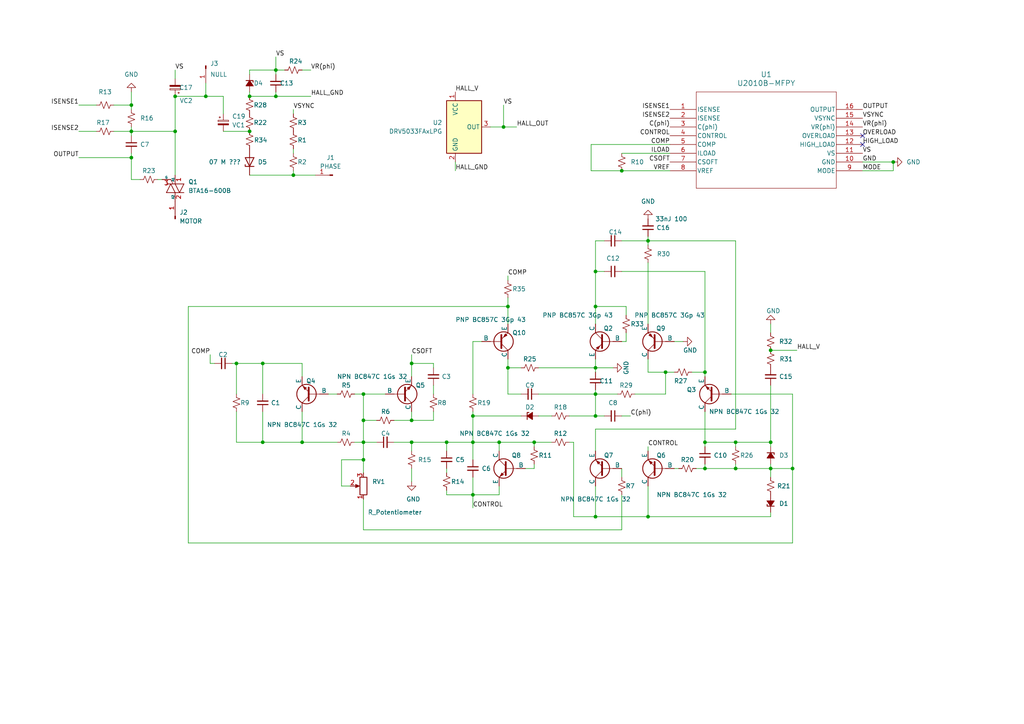
<source format=kicad_sch>
(kicad_sch (version 20230121) (generator eeschema)

  (uuid e4d24a7d-9dc1-4a45-99af-46382c4131b1)

  (paper "A4")

  (lib_symbols
    (symbol "2024-04-28_23-29-36:U2010B-MFPY" (pin_names (offset 0.254)) (in_bom yes) (on_board yes)
      (property "Reference" "U" (at 27.94 10.16 0)
        (effects (font (size 1.524 1.524)))
      )
      (property "Value" "U2010B-MFPY" (at 27.94 7.62 0)
        (effects (font (size 1.524 1.524)))
      )
      (property "Footprint" "SO16_MCH" (at 0 0 0)
        (effects (font (size 1.27 1.27) italic) hide)
      )
      (property "Datasheet" "U2010B-MFPY" (at 0 0 0)
        (effects (font (size 1.27 1.27) italic) hide)
      )
      (property "ki_locked" "" (at 0 0 0)
        (effects (font (size 1.27 1.27)))
      )
      (property "ki_keywords" "U2010B-MFPY" (at 0 0 0)
        (effects (font (size 1.27 1.27)) hide)
      )
      (property "ki_fp_filters" "SO16_MCH SO16_MCH-M SO16_MCH-L" (at 0 0 0)
        (effects (font (size 1.27 1.27)) hide)
      )
      (symbol "U2010B-MFPY_0_1"
        (polyline
          (pts
            (xy 7.62 -22.86)
            (xy 48.26 -22.86)
          )
          (stroke (width 0.127) (type default))
          (fill (type none))
        )
        (polyline
          (pts
            (xy 7.62 5.08)
            (xy 7.62 -22.86)
          )
          (stroke (width 0.127) (type default))
          (fill (type none))
        )
        (polyline
          (pts
            (xy 48.26 -22.86)
            (xy 48.26 5.08)
          )
          (stroke (width 0.127) (type default))
          (fill (type none))
        )
        (polyline
          (pts
            (xy 48.26 5.08)
            (xy 7.62 5.08)
          )
          (stroke (width 0.127) (type default))
          (fill (type none))
        )
        (pin unspecified line (at 0 0 0) (length 7.62)
          (name "ISENSE" (effects (font (size 1.27 1.27))))
          (number "1" (effects (font (size 1.27 1.27))))
        )
        (pin power_out line (at 55.88 -15.24 180) (length 7.62)
          (name "GND" (effects (font (size 1.27 1.27))))
          (number "10" (effects (font (size 1.27 1.27))))
        )
        (pin power_in line (at 55.88 -12.7 180) (length 7.62)
          (name "VS" (effects (font (size 1.27 1.27))))
          (number "11" (effects (font (size 1.27 1.27))))
        )
        (pin unspecified line (at 55.88 -10.16 180) (length 7.62)
          (name "HIGH_LOAD" (effects (font (size 1.27 1.27))))
          (number "12" (effects (font (size 1.27 1.27))))
        )
        (pin unspecified line (at 55.88 -7.62 180) (length 7.62)
          (name "OVERLOAD" (effects (font (size 1.27 1.27))))
          (number "13" (effects (font (size 1.27 1.27))))
        )
        (pin unspecified line (at 55.88 -5.08 180) (length 7.62)
          (name "VR(phi)" (effects (font (size 1.27 1.27))))
          (number "14" (effects (font (size 1.27 1.27))))
        )
        (pin unspecified line (at 55.88 -2.54 180) (length 7.62)
          (name "VSYNC" (effects (font (size 1.27 1.27))))
          (number "15" (effects (font (size 1.27 1.27))))
        )
        (pin output line (at 55.88 0 180) (length 7.62)
          (name "OUTPUT" (effects (font (size 1.27 1.27))))
          (number "16" (effects (font (size 1.27 1.27))))
        )
        (pin unspecified line (at 0 -2.54 0) (length 7.62)
          (name "ISENSE" (effects (font (size 1.27 1.27))))
          (number "2" (effects (font (size 1.27 1.27))))
        )
        (pin unspecified line (at 0 -5.08 0) (length 7.62)
          (name "C(phi)" (effects (font (size 1.27 1.27))))
          (number "3" (effects (font (size 1.27 1.27))))
        )
        (pin input line (at 0 -7.62 0) (length 7.62)
          (name "CONTROL" (effects (font (size 1.27 1.27))))
          (number "4" (effects (font (size 1.27 1.27))))
        )
        (pin output line (at 0 -10.16 0) (length 7.62)
          (name "COMP" (effects (font (size 1.27 1.27))))
          (number "5" (effects (font (size 1.27 1.27))))
        )
        (pin unspecified line (at 0 -12.7 0) (length 7.62)
          (name "ILOAD" (effects (font (size 1.27 1.27))))
          (number "6" (effects (font (size 1.27 1.27))))
        )
        (pin unspecified line (at 0 -15.24 0) (length 7.62)
          (name "CSOFT" (effects (font (size 1.27 1.27))))
          (number "7" (effects (font (size 1.27 1.27))))
        )
        (pin power_in line (at 0 -17.78 0) (length 7.62)
          (name "VREF" (effects (font (size 1.27 1.27))))
          (number "8" (effects (font (size 1.27 1.27))))
        )
        (pin input line (at 55.88 -17.78 180) (length 7.62)
          (name "MODE" (effects (font (size 1.27 1.27))))
          (number "9" (effects (font (size 1.27 1.27))))
        )
      )
    )
    (symbol "Connector:Conn_01x01_Pin" (pin_names (offset 1.016) hide) (in_bom yes) (on_board yes)
      (property "Reference" "J" (at 0 2.54 0)
        (effects (font (size 1.27 1.27)))
      )
      (property "Value" "Conn_01x01_Pin" (at 0 -2.54 0)
        (effects (font (size 1.27 1.27)))
      )
      (property "Footprint" "" (at 0 0 0)
        (effects (font (size 1.27 1.27)) hide)
      )
      (property "Datasheet" "~" (at 0 0 0)
        (effects (font (size 1.27 1.27)) hide)
      )
      (property "ki_locked" "" (at 0 0 0)
        (effects (font (size 1.27 1.27)))
      )
      (property "ki_keywords" "connector" (at 0 0 0)
        (effects (font (size 1.27 1.27)) hide)
      )
      (property "ki_description" "Generic connector, single row, 01x01, script generated" (at 0 0 0)
        (effects (font (size 1.27 1.27)) hide)
      )
      (property "ki_fp_filters" "Connector*:*_1x??_*" (at 0 0 0)
        (effects (font (size 1.27 1.27)) hide)
      )
      (symbol "Conn_01x01_Pin_1_1"
        (polyline
          (pts
            (xy 1.27 0)
            (xy 0.8636 0)
          )
          (stroke (width 0.1524) (type default))
          (fill (type none))
        )
        (rectangle (start 0.8636 0.127) (end 0 -0.127)
          (stroke (width 0.1524) (type default))
          (fill (type outline))
        )
        (pin passive line (at 5.08 0 180) (length 3.81)
          (name "Pin_1" (effects (font (size 1.27 1.27))))
          (number "1" (effects (font (size 1.27 1.27))))
        )
      )
    )
    (symbol "Device:C_Polarized_Small" (pin_numbers hide) (pin_names (offset 0.254) hide) (in_bom yes) (on_board yes)
      (property "Reference" "C" (at 0.254 1.778 0)
        (effects (font (size 1.27 1.27)) (justify left))
      )
      (property "Value" "C_Polarized_Small" (at 0.254 -2.032 0)
        (effects (font (size 1.27 1.27)) (justify left))
      )
      (property "Footprint" "" (at 0 0 0)
        (effects (font (size 1.27 1.27)) hide)
      )
      (property "Datasheet" "~" (at 0 0 0)
        (effects (font (size 1.27 1.27)) hide)
      )
      (property "ki_keywords" "cap capacitor" (at 0 0 0)
        (effects (font (size 1.27 1.27)) hide)
      )
      (property "ki_description" "Polarized capacitor, small symbol" (at 0 0 0)
        (effects (font (size 1.27 1.27)) hide)
      )
      (property "ki_fp_filters" "CP_*" (at 0 0 0)
        (effects (font (size 1.27 1.27)) hide)
      )
      (symbol "C_Polarized_Small_0_1"
        (rectangle (start -1.524 -0.3048) (end 1.524 -0.6858)
          (stroke (width 0) (type default))
          (fill (type outline))
        )
        (rectangle (start -1.524 0.6858) (end 1.524 0.3048)
          (stroke (width 0) (type default))
          (fill (type none))
        )
        (polyline
          (pts
            (xy -1.27 1.524)
            (xy -0.762 1.524)
          )
          (stroke (width 0) (type default))
          (fill (type none))
        )
        (polyline
          (pts
            (xy -1.016 1.27)
            (xy -1.016 1.778)
          )
          (stroke (width 0) (type default))
          (fill (type none))
        )
      )
      (symbol "C_Polarized_Small_1_1"
        (pin passive line (at 0 2.54 270) (length 1.8542)
          (name "~" (effects (font (size 1.27 1.27))))
          (number "1" (effects (font (size 1.27 1.27))))
        )
        (pin passive line (at 0 -2.54 90) (length 1.8542)
          (name "~" (effects (font (size 1.27 1.27))))
          (number "2" (effects (font (size 1.27 1.27))))
        )
      )
    )
    (symbol "Device:C_Small" (pin_numbers hide) (pin_names (offset 0.254) hide) (in_bom yes) (on_board yes)
      (property "Reference" "C" (at 0.254 1.778 0)
        (effects (font (size 1.27 1.27)) (justify left))
      )
      (property "Value" "C_Small" (at 0.254 -2.032 0)
        (effects (font (size 1.27 1.27)) (justify left))
      )
      (property "Footprint" "" (at 0 0 0)
        (effects (font (size 1.27 1.27)) hide)
      )
      (property "Datasheet" "~" (at 0 0 0)
        (effects (font (size 1.27 1.27)) hide)
      )
      (property "ki_keywords" "capacitor cap" (at 0 0 0)
        (effects (font (size 1.27 1.27)) hide)
      )
      (property "ki_description" "Unpolarized capacitor, small symbol" (at 0 0 0)
        (effects (font (size 1.27 1.27)) hide)
      )
      (property "ki_fp_filters" "C_*" (at 0 0 0)
        (effects (font (size 1.27 1.27)) hide)
      )
      (symbol "C_Small_0_1"
        (polyline
          (pts
            (xy -1.524 -0.508)
            (xy 1.524 -0.508)
          )
          (stroke (width 0.3302) (type default))
          (fill (type none))
        )
        (polyline
          (pts
            (xy -1.524 0.508)
            (xy 1.524 0.508)
          )
          (stroke (width 0.3048) (type default))
          (fill (type none))
        )
      )
      (symbol "C_Small_1_1"
        (pin passive line (at 0 2.54 270) (length 2.032)
          (name "~" (effects (font (size 1.27 1.27))))
          (number "1" (effects (font (size 1.27 1.27))))
        )
        (pin passive line (at 0 -2.54 90) (length 2.032)
          (name "~" (effects (font (size 1.27 1.27))))
          (number "2" (effects (font (size 1.27 1.27))))
        )
      )
    )
    (symbol "Device:D_Zener" (pin_numbers hide) (pin_names (offset 1.016) hide) (in_bom yes) (on_board yes)
      (property "Reference" "D" (at 0 2.54 0)
        (effects (font (size 1.27 1.27)))
      )
      (property "Value" "D_Zener" (at 0 -2.54 0)
        (effects (font (size 1.27 1.27)))
      )
      (property "Footprint" "" (at 0 0 0)
        (effects (font (size 1.27 1.27)) hide)
      )
      (property "Datasheet" "~" (at 0 0 0)
        (effects (font (size 1.27 1.27)) hide)
      )
      (property "ki_keywords" "diode" (at 0 0 0)
        (effects (font (size 1.27 1.27)) hide)
      )
      (property "ki_description" "Zener diode" (at 0 0 0)
        (effects (font (size 1.27 1.27)) hide)
      )
      (property "ki_fp_filters" "TO-???* *_Diode_* *SingleDiode* D_*" (at 0 0 0)
        (effects (font (size 1.27 1.27)) hide)
      )
      (symbol "D_Zener_0_1"
        (polyline
          (pts
            (xy 1.27 0)
            (xy -1.27 0)
          )
          (stroke (width 0) (type default))
          (fill (type none))
        )
        (polyline
          (pts
            (xy -1.27 -1.27)
            (xy -1.27 1.27)
            (xy -0.762 1.27)
          )
          (stroke (width 0.254) (type default))
          (fill (type none))
        )
        (polyline
          (pts
            (xy 1.27 -1.27)
            (xy 1.27 1.27)
            (xy -1.27 0)
            (xy 1.27 -1.27)
          )
          (stroke (width 0.254) (type default))
          (fill (type none))
        )
      )
      (symbol "D_Zener_1_1"
        (pin passive line (at -3.81 0 0) (length 2.54)
          (name "K" (effects (font (size 1.27 1.27))))
          (number "1" (effects (font (size 1.27 1.27))))
        )
        (pin passive line (at 3.81 0 180) (length 2.54)
          (name "A" (effects (font (size 1.27 1.27))))
          (number "2" (effects (font (size 1.27 1.27))))
        )
      )
    )
    (symbol "Device:D_Zener_Small_Filled" (pin_numbers hide) (pin_names (offset 0.254) hide) (in_bom yes) (on_board yes)
      (property "Reference" "D" (at 0 2.286 0)
        (effects (font (size 1.27 1.27)))
      )
      (property "Value" "D_Zener_Small_Filled" (at 0 -2.286 0)
        (effects (font (size 1.27 1.27)))
      )
      (property "Footprint" "" (at 0 0 90)
        (effects (font (size 1.27 1.27)) hide)
      )
      (property "Datasheet" "~" (at 0 0 90)
        (effects (font (size 1.27 1.27)) hide)
      )
      (property "ki_keywords" "diode" (at 0 0 0)
        (effects (font (size 1.27 1.27)) hide)
      )
      (property "ki_description" "Zener diode, small symbol, filled shape" (at 0 0 0)
        (effects (font (size 1.27 1.27)) hide)
      )
      (property "ki_fp_filters" "TO-???* *_Diode_* *SingleDiode* D_*" (at 0 0 0)
        (effects (font (size 1.27 1.27)) hide)
      )
      (symbol "D_Zener_Small_Filled_0_1"
        (polyline
          (pts
            (xy 0.762 0)
            (xy -0.762 0)
          )
          (stroke (width 0) (type default))
          (fill (type none))
        )
        (polyline
          (pts
            (xy -0.254 1.016)
            (xy -0.762 1.016)
            (xy -0.762 -1.016)
          )
          (stroke (width 0.254) (type default))
          (fill (type none))
        )
        (polyline
          (pts
            (xy 0.762 1.016)
            (xy -0.762 0)
            (xy 0.762 -1.016)
            (xy 0.762 1.016)
          )
          (stroke (width 0.254) (type default))
          (fill (type outline))
        )
      )
      (symbol "D_Zener_Small_Filled_1_1"
        (pin passive line (at -2.54 0 0) (length 1.778)
          (name "K" (effects (font (size 1.27 1.27))))
          (number "1" (effects (font (size 1.27 1.27))))
        )
        (pin passive line (at 2.54 0 180) (length 1.778)
          (name "A" (effects (font (size 1.27 1.27))))
          (number "2" (effects (font (size 1.27 1.27))))
        )
      )
    )
    (symbol "Device:R_Potentiometer" (pin_names (offset 1.016) hide) (in_bom yes) (on_board yes)
      (property "Reference" "RV" (at -4.445 0 90)
        (effects (font (size 1.27 1.27)))
      )
      (property "Value" "R_Potentiometer" (at -2.54 0 90)
        (effects (font (size 1.27 1.27)))
      )
      (property "Footprint" "" (at 0 0 0)
        (effects (font (size 1.27 1.27)) hide)
      )
      (property "Datasheet" "~" (at 0 0 0)
        (effects (font (size 1.27 1.27)) hide)
      )
      (property "ki_keywords" "resistor variable" (at 0 0 0)
        (effects (font (size 1.27 1.27)) hide)
      )
      (property "ki_description" "Potentiometer" (at 0 0 0)
        (effects (font (size 1.27 1.27)) hide)
      )
      (property "ki_fp_filters" "Potentiometer*" (at 0 0 0)
        (effects (font (size 1.27 1.27)) hide)
      )
      (symbol "R_Potentiometer_0_1"
        (polyline
          (pts
            (xy 2.54 0)
            (xy 1.524 0)
          )
          (stroke (width 0) (type default))
          (fill (type none))
        )
        (polyline
          (pts
            (xy 1.143 0)
            (xy 2.286 0.508)
            (xy 2.286 -0.508)
            (xy 1.143 0)
          )
          (stroke (width 0) (type default))
          (fill (type outline))
        )
        (rectangle (start 1.016 2.54) (end -1.016 -2.54)
          (stroke (width 0.254) (type default))
          (fill (type none))
        )
      )
      (symbol "R_Potentiometer_1_1"
        (pin passive line (at 0 3.81 270) (length 1.27)
          (name "1" (effects (font (size 1.27 1.27))))
          (number "1" (effects (font (size 1.27 1.27))))
        )
        (pin passive line (at 3.81 0 180) (length 1.27)
          (name "2" (effects (font (size 1.27 1.27))))
          (number "2" (effects (font (size 1.27 1.27))))
        )
        (pin passive line (at 0 -3.81 90) (length 1.27)
          (name "3" (effects (font (size 1.27 1.27))))
          (number "3" (effects (font (size 1.27 1.27))))
        )
      )
    )
    (symbol "Device:R_Small_US" (pin_numbers hide) (pin_names (offset 0.254) hide) (in_bom yes) (on_board yes)
      (property "Reference" "R" (at 0.762 0.508 0)
        (effects (font (size 1.27 1.27)) (justify left))
      )
      (property "Value" "R_Small_US" (at 0.762 -1.016 0)
        (effects (font (size 1.27 1.27)) (justify left))
      )
      (property "Footprint" "" (at 0 0 0)
        (effects (font (size 1.27 1.27)) hide)
      )
      (property "Datasheet" "~" (at 0 0 0)
        (effects (font (size 1.27 1.27)) hide)
      )
      (property "ki_keywords" "r resistor" (at 0 0 0)
        (effects (font (size 1.27 1.27)) hide)
      )
      (property "ki_description" "Resistor, small US symbol" (at 0 0 0)
        (effects (font (size 1.27 1.27)) hide)
      )
      (property "ki_fp_filters" "R_*" (at 0 0 0)
        (effects (font (size 1.27 1.27)) hide)
      )
      (symbol "R_Small_US_1_1"
        (polyline
          (pts
            (xy 0 0)
            (xy 1.016 -0.381)
            (xy 0 -0.762)
            (xy -1.016 -1.143)
            (xy 0 -1.524)
          )
          (stroke (width 0) (type default))
          (fill (type none))
        )
        (polyline
          (pts
            (xy 0 1.524)
            (xy 1.016 1.143)
            (xy 0 0.762)
            (xy -1.016 0.381)
            (xy 0 0)
          )
          (stroke (width 0) (type default))
          (fill (type none))
        )
        (pin passive line (at 0 2.54 270) (length 1.016)
          (name "~" (effects (font (size 1.27 1.27))))
          (number "1" (effects (font (size 1.27 1.27))))
        )
        (pin passive line (at 0 -2.54 90) (length 1.016)
          (name "~" (effects (font (size 1.27 1.27))))
          (number "2" (effects (font (size 1.27 1.27))))
        )
      )
    )
    (symbol "Sensor_Magnetic:DRV5033FAxLPG" (in_bom yes) (on_board yes)
      (property "Reference" "U" (at 5.08 12.7 0)
        (effects (font (size 1.27 1.27)))
      )
      (property "Value" "DRV5033FAxLPG" (at 7.62 10.16 0)
        (effects (font (size 1.27 1.27)))
      )
      (property "Footprint" "Package_TO_SOT_THT:TO-92_Inline" (at 0 0 0)
        (effects (font (size 1.27 1.27)) hide)
      )
      (property "Datasheet" "https://www.ti.com/lit/ds/symlink/drv5033.pdf" (at 0 0 0)
        (effects (font (size 1.27 1.27)) hide)
      )
      (property "ki_keywords" "Digital Omnipolar Switch Hall Effect Sensor" (at 0 0 0)
        (effects (font (size 1.27 1.27)) hide)
      )
      (property "ki_description" "±3.5 / ±2 mT, 20-kHz, 2-38V, TO-92" (at 0 0 0)
        (effects (font (size 1.27 1.27)) hide)
      )
      (property "ki_fp_filters" "TO?92*" (at 0 0 0)
        (effects (font (size 1.27 1.27)) hide)
      )
      (symbol "DRV5033FAxLPG_1_1"
        (rectangle (start -5.08 7.62) (end 5.08 -7.62)
          (stroke (width 0.254) (type default))
          (fill (type background))
        )
        (pin power_in line (at -2.54 10.16 270) (length 2.54)
          (name "VCC" (effects (font (size 1.27 1.27))))
          (number "1" (effects (font (size 1.27 1.27))))
        )
        (pin power_in line (at -2.54 -10.16 90) (length 2.54)
          (name "GND" (effects (font (size 1.27 1.27))))
          (number "2" (effects (font (size 1.27 1.27))))
        )
        (pin output line (at 7.62 0 180) (length 2.54)
          (name "OUT" (effects (font (size 1.27 1.27))))
          (number "3" (effects (font (size 1.27 1.27))))
        )
      )
    )
    (symbol "Simulation_SPICE:NPN" (pin_numbers hide) (pin_names (offset 0)) (in_bom yes) (on_board yes)
      (property "Reference" "Q" (at -2.54 7.62 0)
        (effects (font (size 1.27 1.27)))
      )
      (property "Value" "NPN" (at -2.54 5.08 0)
        (effects (font (size 1.27 1.27)))
      )
      (property "Footprint" "" (at 63.5 0 0)
        (effects (font (size 1.27 1.27)) hide)
      )
      (property "Datasheet" "~" (at 63.5 0 0)
        (effects (font (size 1.27 1.27)) hide)
      )
      (property "Sim.Device" "NPN" (at 0 0 0)
        (effects (font (size 1.27 1.27)) hide)
      )
      (property "Sim.Type" "GUMMELPOON" (at 0 0 0)
        (effects (font (size 1.27 1.27)) hide)
      )
      (property "Sim.Pins" "1=C 2=B 3=E" (at 0 0 0)
        (effects (font (size 1.27 1.27)) hide)
      )
      (property "ki_keywords" "simulation" (at 0 0 0)
        (effects (font (size 1.27 1.27)) hide)
      )
      (property "ki_description" "Bipolar transistor symbol for simulation only, substrate tied to the emitter" (at 0 0 0)
        (effects (font (size 1.27 1.27)) hide)
      )
      (symbol "NPN_0_1"
        (polyline
          (pts
            (xy -2.54 0)
            (xy 0.635 0)
          )
          (stroke (width 0.1524) (type default))
          (fill (type none))
        )
        (polyline
          (pts
            (xy 0.635 0.635)
            (xy 2.54 2.54)
          )
          (stroke (width 0) (type default))
          (fill (type none))
        )
        (polyline
          (pts
            (xy 2.794 -1.27)
            (xy 2.794 -1.27)
          )
          (stroke (width 0.1524) (type default))
          (fill (type none))
        )
        (polyline
          (pts
            (xy 2.794 -1.27)
            (xy 2.794 -1.27)
          )
          (stroke (width 0.1524) (type default))
          (fill (type none))
        )
        (polyline
          (pts
            (xy 0.635 -0.635)
            (xy 2.54 -2.54)
            (xy 2.54 -2.54)
          )
          (stroke (width 0) (type default))
          (fill (type none))
        )
        (polyline
          (pts
            (xy 0.635 1.905)
            (xy 0.635 -1.905)
            (xy 0.635 -1.905)
          )
          (stroke (width 0.508) (type default))
          (fill (type none))
        )
        (polyline
          (pts
            (xy 1.27 -1.778)
            (xy 1.778 -1.27)
            (xy 2.286 -2.286)
            (xy 1.27 -1.778)
            (xy 1.27 -1.778)
          )
          (stroke (width 0) (type default))
          (fill (type outline))
        )
        (circle (center 1.27 0) (radius 2.8194)
          (stroke (width 0.254) (type default))
          (fill (type none))
        )
      )
      (symbol "NPN_1_1"
        (pin open_collector line (at 2.54 5.08 270) (length 2.54)
          (name "C" (effects (font (size 1.27 1.27))))
          (number "1" (effects (font (size 1.27 1.27))))
        )
        (pin input line (at -5.08 0 0) (length 2.54)
          (name "B" (effects (font (size 1.27 1.27))))
          (number "2" (effects (font (size 1.27 1.27))))
        )
        (pin open_emitter line (at 2.54 -5.08 90) (length 2.54)
          (name "E" (effects (font (size 1.27 1.27))))
          (number "3" (effects (font (size 1.27 1.27))))
        )
      )
    )
    (symbol "Simulation_SPICE:PNP" (pin_numbers hide) (pin_names (offset 0)) (in_bom yes) (on_board yes)
      (property "Reference" "Q" (at -2.54 7.62 0)
        (effects (font (size 1.27 1.27)))
      )
      (property "Value" "PNP" (at -2.54 5.08 0)
        (effects (font (size 1.27 1.27)))
      )
      (property "Footprint" "" (at 35.56 0 0)
        (effects (font (size 1.27 1.27)) hide)
      )
      (property "Datasheet" "~" (at 35.56 0 0)
        (effects (font (size 1.27 1.27)) hide)
      )
      (property "Sim.Device" "PNP" (at 0 0 0)
        (effects (font (size 1.27 1.27)) hide)
      )
      (property "Sim.Type" "GUMMELPOON" (at 0 0 0)
        (effects (font (size 1.27 1.27)) hide)
      )
      (property "Sim.Pins" "1=C 2=B 3=E" (at 0 0 0)
        (effects (font (size 1.27 1.27)) hide)
      )
      (property "ki_keywords" "simulation" (at 0 0 0)
        (effects (font (size 1.27 1.27)) hide)
      )
      (property "ki_description" "Bipolar transistor symbol for simulation only, substrate tied to the emitter" (at 0 0 0)
        (effects (font (size 1.27 1.27)) hide)
      )
      (symbol "PNP_0_1"
        (polyline
          (pts
            (xy -2.54 0)
            (xy 0.635 0)
          )
          (stroke (width 0.1524) (type default))
          (fill (type none))
        )
        (polyline
          (pts
            (xy 0.635 0.635)
            (xy 2.54 2.54)
          )
          (stroke (width 0) (type default))
          (fill (type none))
        )
        (polyline
          (pts
            (xy 0.635 -0.635)
            (xy 2.54 -2.54)
            (xy 2.54 -2.54)
          )
          (stroke (width 0) (type default))
          (fill (type none))
        )
        (polyline
          (pts
            (xy 0.635 1.905)
            (xy 0.635 -1.905)
            (xy 0.635 -1.905)
          )
          (stroke (width 0.508) (type default))
          (fill (type none))
        )
        (polyline
          (pts
            (xy 2.286 -1.778)
            (xy 1.778 -2.286)
            (xy 1.27 -1.27)
            (xy 2.286 -1.778)
            (xy 2.286 -1.778)
          )
          (stroke (width 0) (type default))
          (fill (type outline))
        )
        (circle (center 1.27 0) (radius 2.8194)
          (stroke (width 0.254) (type default))
          (fill (type none))
        )
      )
      (symbol "PNP_1_1"
        (pin open_collector line (at 2.54 5.08 270) (length 2.54)
          (name "C" (effects (font (size 1.27 1.27))))
          (number "1" (effects (font (size 1.27 1.27))))
        )
        (pin input line (at -5.08 0 0) (length 2.54)
          (name "B" (effects (font (size 1.27 1.27))))
          (number "2" (effects (font (size 1.27 1.27))))
        )
        (pin open_emitter line (at 2.54 -5.08 90) (length 2.54)
          (name "E" (effects (font (size 1.27 1.27))))
          (number "3" (effects (font (size 1.27 1.27))))
        )
      )
    )
    (symbol "Triac_Thyristor:BTA16-600B" (pin_names (offset 0)) (in_bom yes) (on_board yes)
      (property "Reference" "Q" (at 5.08 1.905 0)
        (effects (font (size 1.27 1.27)) (justify left))
      )
      (property "Value" "BTA16-600B" (at 5.08 0 0)
        (effects (font (size 1.27 1.27)) (justify left))
      )
      (property "Footprint" "Package_TO_SOT_THT:TO-220-3_Vertical" (at 5.08 -1.905 0)
        (effects (font (size 1.27 1.27) italic) (justify left) hide)
      )
      (property "Datasheet" "https://www.st.com/resource/en/datasheet/bta16.pdf" (at 0 0 0)
        (effects (font (size 1.27 1.27)) (justify left) hide)
      )
      (property "ki_keywords" "Triac" (at 0 0 0)
        (effects (font (size 1.27 1.27)) hide)
      )
      (property "ki_description" "16A RMS, 600V Off-State Voltage, 50mA Sensitivity, Insulated, Triac, TO-220" (at 0 0 0)
        (effects (font (size 1.27 1.27)) hide)
      )
      (property "ki_fp_filters" "TO?220*" (at 0 0 0)
        (effects (font (size 1.27 1.27)) hide)
      )
      (symbol "BTA16-600B_0_1"
        (polyline
          (pts
            (xy -2.54 -1.27)
            (xy 2.54 -1.27)
          )
          (stroke (width 0.2032) (type default))
          (fill (type none))
        )
        (polyline
          (pts
            (xy -2.54 1.27)
            (xy 2.54 1.27)
          )
          (stroke (width 0.2032) (type default))
          (fill (type none))
        )
        (polyline
          (pts
            (xy -1.27 -2.54)
            (xy -0.635 -1.27)
          )
          (stroke (width 0) (type default))
          (fill (type none))
        )
        (polyline
          (pts
            (xy -2.54 1.27)
            (xy -1.27 -1.27)
            (xy 0 1.27)
          )
          (stroke (width 0.2032) (type default))
          (fill (type none))
        )
        (polyline
          (pts
            (xy 0 -1.27)
            (xy 1.27 1.27)
            (xy 2.54 -1.27)
          )
          (stroke (width 0.2032) (type default))
          (fill (type none))
        )
      )
      (symbol "BTA16-600B_1_1"
        (pin passive line (at 0 -3.81 90) (length 2.54)
          (name "A1" (effects (font (size 0.635 0.635))))
          (number "1" (effects (font (size 1.27 1.27))))
        )
        (pin passive line (at 0 3.81 270) (length 2.54)
          (name "A2" (effects (font (size 0.635 0.635))))
          (number "2" (effects (font (size 1.27 1.27))))
        )
        (pin input line (at -3.81 -2.54 0) (length 2.54)
          (name "G" (effects (font (size 0.635 0.635))))
          (number "3" (effects (font (size 1.27 1.27))))
        )
      )
    )
    (symbol "power:GND" (power) (pin_names (offset 0)) (in_bom yes) (on_board yes)
      (property "Reference" "#PWR" (at 0 -6.35 0)
        (effects (font (size 1.27 1.27)) hide)
      )
      (property "Value" "GND" (at 0 -3.81 0)
        (effects (font (size 1.27 1.27)))
      )
      (property "Footprint" "" (at 0 0 0)
        (effects (font (size 1.27 1.27)) hide)
      )
      (property "Datasheet" "" (at 0 0 0)
        (effects (font (size 1.27 1.27)) hide)
      )
      (property "ki_keywords" "global power" (at 0 0 0)
        (effects (font (size 1.27 1.27)) hide)
      )
      (property "ki_description" "Power symbol creates a global label with name \"GND\" , ground" (at 0 0 0)
        (effects (font (size 1.27 1.27)) hide)
      )
      (symbol "GND_0_1"
        (polyline
          (pts
            (xy 0 0)
            (xy 0 -1.27)
            (xy 1.27 -1.27)
            (xy 0 -2.54)
            (xy -1.27 -1.27)
            (xy 0 -1.27)
          )
          (stroke (width 0) (type default))
          (fill (type none))
        )
      )
      (symbol "GND_1_1"
        (pin power_in line (at 0 0 270) (length 0) hide
          (name "GND" (effects (font (size 1.27 1.27))))
          (number "1" (effects (font (size 1.27 1.27))))
        )
      )
    )
  )

  (junction (at 76.2 128.27) (diameter 0) (color 0 0 0 0)
    (uuid 0083f762-6e1f-4e31-8234-77711436526c)
  )
  (junction (at 76.2 105.41) (diameter 0) (color 0 0 0 0)
    (uuid 04c3c6f5-3892-4a85-86ea-723b73f2791a)
  )
  (junction (at 105.41 128.27) (diameter 0) (color 0 0 0 0)
    (uuid 056b7ee4-fd23-4788-96ae-787abe4c83c0)
  )
  (junction (at 223.52 128.27) (diameter 0) (color 0 0 0 0)
    (uuid 06759531-d886-4224-96e0-0bb3e52bff58)
  )
  (junction (at 172.72 88.9) (diameter 0) (color 0 0 0 0)
    (uuid 075d43b9-69fa-45fb-8952-fb4cbc53618d)
  )
  (junction (at 229.87 135.89) (diameter 0) (color 0 0 0 0)
    (uuid 0b125760-0dbc-4d0b-b35b-010303195d8a)
  )
  (junction (at 172.72 78.74) (diameter 0) (color 0 0 0 0)
    (uuid 0cbd08fd-1fbd-4531-bd65-92d1f639acdd)
  )
  (junction (at 154.94 128.27) (diameter 0) (color 0 0 0 0)
    (uuid 14fed427-e027-4b25-8aa9-714963be90f6)
  )
  (junction (at 137.16 120.65) (diameter 0) (color 0 0 0 0)
    (uuid 1b74dd0b-8a21-4a1a-9245-e9004a02c3df)
  )
  (junction (at 204.47 128.27) (diameter 0) (color 0 0 0 0)
    (uuid 216a9873-acb6-445f-aa1a-3cd04ee451f8)
  )
  (junction (at 80.01 20.32) (diameter 0) (color 0 0 0 0)
    (uuid 2b74a366-db07-4786-806f-d7e8678098c0)
  )
  (junction (at 213.36 135.89) (diameter 0) (color 0 0 0 0)
    (uuid 37585cd8-dbed-4704-898a-68528c526350)
  )
  (junction (at 68.58 105.41) (diameter 0) (color 0 0 0 0)
    (uuid 3a662796-e08f-4165-a9d7-228c4196007f)
  )
  (junction (at 147.32 106.68) (diameter 0) (color 0 0 0 0)
    (uuid 3aa1fd75-9bf4-4983-a2c4-7c3f635b9a01)
  )
  (junction (at 187.96 69.85) (diameter 0) (color 0 0 0 0)
    (uuid 3e1bff3d-498a-4c01-99c4-e758ff8ae769)
  )
  (junction (at 204.47 135.89) (diameter 0) (color 0 0 0 0)
    (uuid 4a59ffa8-8b36-4743-9cba-d95f23943496)
  )
  (junction (at 172.72 106.68) (diameter 0) (color 0 0 0 0)
    (uuid 5333678a-02ae-4c21-aabc-41eedbe956ce)
  )
  (junction (at 105.41 121.92) (diameter 0) (color 0 0 0 0)
    (uuid 59f88614-7d6f-4c8f-b8ba-c0002fdd710e)
  )
  (junction (at 59.69 27.94) (diameter 0) (color 0 0 0 0)
    (uuid 5a6a9746-199d-406f-acf8-b8a6530a223a)
  )
  (junction (at 87.63 128.27) (diameter 0) (color 0 0 0 0)
    (uuid 5a970f38-6f1d-4c9a-811b-0455f9c10b59)
  )
  (junction (at 137.16 128.27) (diameter 0) (color 0 0 0 0)
    (uuid 5ff8117a-ea6e-4f32-8e0d-49f10492c2a2)
  )
  (junction (at 213.36 128.27) (diameter 0) (color 0 0 0 0)
    (uuid 6240bb67-318f-4687-a5f5-f2f4aa899b65)
  )
  (junction (at 38.1 30.48) (diameter 0) (color 0 0 0 0)
    (uuid 631212ff-8611-447e-9cc8-9e39a3955c04)
  )
  (junction (at 38.1 45.72) (diameter 0) (color 0 0 0 0)
    (uuid 656293aa-8b35-4f5b-b939-5c5dbcf7346d)
  )
  (junction (at 146.05 36.83) (diameter 0) (color 0 0 0 0)
    (uuid 70cd9b0d-886b-428d-8193-0ab12f02b945)
  )
  (junction (at 147.32 88.9) (diameter 0) (color 0 0 0 0)
    (uuid 717b1519-31ac-4ab5-931c-dc798f22d8c8)
  )
  (junction (at 172.72 114.3) (diameter 0) (color 0 0 0 0)
    (uuid 71d9189e-f110-490b-8cb1-4f3fe7a5bb50)
  )
  (junction (at 72.39 38.1) (diameter 0) (color 0 0 0 0)
    (uuid 8590cefc-7ea5-46e9-8f46-34ffc1ac8066)
  )
  (junction (at 172.72 149.86) (diameter 0) (color 0 0 0 0)
    (uuid 877527c5-4f65-4a39-b21d-b32f451cc061)
  )
  (junction (at 50.8 38.1) (diameter 0) (color 0 0 0 0)
    (uuid 92abbb4d-9f39-4b67-99b4-3dfa1f812aa6)
  )
  (junction (at 72.39 27.94) (diameter 0) (color 0 0 0 0)
    (uuid 9d5b1af2-5771-4e02-8c33-a4646161ff5e)
  )
  (junction (at 105.41 133.35) (diameter 0) (color 0 0 0 0)
    (uuid a2d11e03-3719-4726-be9e-44eeab2af257)
  )
  (junction (at 119.38 105.41) (diameter 0) (color 0 0 0 0)
    (uuid ac224901-c42b-4a28-ab0f-4f72e5b62a85)
  )
  (junction (at 105.41 114.3) (diameter 0) (color 0 0 0 0)
    (uuid ae945709-c9fc-4223-9cf6-39c2e7e6989e)
  )
  (junction (at 119.38 128.27) (diameter 0) (color 0 0 0 0)
    (uuid af293f9b-d222-41dd-935a-a71a434b6509)
  )
  (junction (at 144.78 128.27) (diameter 0) (color 0 0 0 0)
    (uuid bd69b4bc-b75a-43cc-9503-68836b481762)
  )
  (junction (at 129.54 128.27) (diameter 0) (color 0 0 0 0)
    (uuid bd760a55-9bff-4a75-ac6d-da29213e3ca7)
  )
  (junction (at 193.04 107.95) (diameter 0) (color 0 0 0 0)
    (uuid c877adeb-8eb3-45bb-8dbe-4a3501af21cc)
  )
  (junction (at 38.1 38.1) (diameter 0) (color 0 0 0 0)
    (uuid cac1acf0-2299-43d1-ad64-8f60f427120a)
  )
  (junction (at 204.47 107.95) (diameter 0) (color 0 0 0 0)
    (uuid caea82cb-e901-46fa-9ff7-88b71c040171)
  )
  (junction (at 180.34 49.53) (diameter 0) (color 0 0 0 0)
    (uuid cb30081c-4678-45be-a7d5-139a8ebcea51)
  )
  (junction (at 119.38 121.92) (diameter 0) (color 0 0 0 0)
    (uuid d0e3daea-09ef-4dfe-9545-39f72ebd7a6e)
  )
  (junction (at 137.16 143.51) (diameter 0) (color 0 0 0 0)
    (uuid d1140d4f-8b13-41f8-8f54-f7853870a34b)
  )
  (junction (at 172.72 120.65) (diameter 0) (color 0 0 0 0)
    (uuid d72db3c8-7a2d-4e6b-9cfa-c28819179e52)
  )
  (junction (at 85.09 50.8) (diameter 0) (color 0 0 0 0)
    (uuid e0606f09-c631-4918-92e4-43d7dc490311)
  )
  (junction (at 80.01 27.94) (diameter 0) (color 0 0 0 0)
    (uuid e0e04259-cd23-40e2-affb-e98acd7dbf3b)
  )
  (junction (at 50.8 27.94) (diameter 0) (color 0 0 0 0)
    (uuid e5c08042-a5f8-43f3-8d53-980ff98a457a)
  )
  (junction (at 223.52 101.6) (diameter 0) (color 0 0 0 0)
    (uuid e696e507-c3fd-4fa0-9d71-4ae733201c75)
  )
  (junction (at 187.96 149.86) (diameter 0) (color 0 0 0 0)
    (uuid e8e2c2ba-015d-46d1-a3d2-03bdfc47801b)
  )
  (junction (at 259.08 46.99) (diameter 0) (color 0 0 0 0)
    (uuid ebaa37f8-2e8e-446b-a0de-0f73c010956c)
  )
  (junction (at 223.52 135.89) (diameter 0) (color 0 0 0 0)
    (uuid ee965606-f491-4ad4-8252-842224557069)
  )

  (no_connect (at 250.19 39.37) (uuid 0336ef46-65be-4ad1-831e-2dd85e386aa7))
  (no_connect (at 250.19 41.91) (uuid cbca34b6-0823-4c1a-a1b8-21d46ba6f2a2))

  (wire (pts (xy 154.94 135.89) (xy 154.94 134.62))
    (stroke (width 0) (type default))
    (uuid 009672c8-2610-4547-8458-4008d254a6a9)
  )
  (wire (pts (xy 229.87 135.89) (xy 229.87 157.48))
    (stroke (width 0) (type default))
    (uuid 01b301b5-ae5e-4137-a466-706d53847e5b)
  )
  (wire (pts (xy 171.45 41.91) (xy 194.31 41.91))
    (stroke (width 0) (type default))
    (uuid 02121893-bac8-4bd2-a497-077c6a898bb9)
  )
  (wire (pts (xy 184.15 114.3) (xy 193.04 114.3))
    (stroke (width 0) (type default))
    (uuid 0247f891-2ab7-4b78-bfe5-c96f6a836787)
  )
  (wire (pts (xy 187.96 149.86) (xy 223.52 149.86))
    (stroke (width 0) (type default))
    (uuid 04111467-3c79-4428-a8a4-8314c3b9a1b9)
  )
  (wire (pts (xy 119.38 135.89) (xy 119.38 139.7))
    (stroke (width 0) (type default))
    (uuid 0689169d-a179-4bb5-aa1b-3bd655920798)
  )
  (wire (pts (xy 177.8 106.68) (xy 172.72 106.68))
    (stroke (width 0) (type default))
    (uuid 096a0546-5486-461d-8878-93a7c41f0837)
  )
  (wire (pts (xy 137.16 143.51) (xy 144.78 143.51))
    (stroke (width 0) (type default))
    (uuid 0af6fb3b-8cba-4f60-9034-e1f890611a8a)
  )
  (wire (pts (xy 147.32 88.9) (xy 147.32 93.98))
    (stroke (width 0) (type default))
    (uuid 11499a22-57f0-4957-9613-8e15ec46d019)
  )
  (wire (pts (xy 99.06 140.97) (xy 101.6 140.97))
    (stroke (width 0) (type default))
    (uuid 117fdf28-b198-4849-821a-e933e47be164)
  )
  (wire (pts (xy 85.09 31.75) (xy 85.09 33.02))
    (stroke (width 0) (type default))
    (uuid 14dcb399-e20f-4b3d-a099-bfefa362bfcf)
  )
  (wire (pts (xy 172.72 124.46) (xy 172.72 130.81))
    (stroke (width 0) (type default))
    (uuid 151210ea-f1c1-41f5-aa22-753734ef7a0c)
  )
  (wire (pts (xy 119.38 105.41) (xy 119.38 109.22))
    (stroke (width 0) (type default))
    (uuid 15f78b5e-3281-4e30-8ec4-677b69350c56)
  )
  (wire (pts (xy 181.61 99.06) (xy 180.34 99.06))
    (stroke (width 0) (type default))
    (uuid 16933eb4-0d90-4da6-9979-49f3966845e9)
  )
  (wire (pts (xy 180.34 120.65) (xy 182.88 120.65))
    (stroke (width 0) (type default))
    (uuid 189c3a19-3e44-429c-a26c-7480fd7a4ce1)
  )
  (wire (pts (xy 187.96 69.85) (xy 213.36 69.85))
    (stroke (width 0) (type default))
    (uuid 1ac547dc-099c-4256-a881-5a1f5bfda057)
  )
  (wire (pts (xy 180.34 44.45) (xy 194.31 44.45))
    (stroke (width 0) (type default))
    (uuid 1b0e9f7b-35c7-4530-80b2-c3d064e2baeb)
  )
  (wire (pts (xy 137.16 133.35) (xy 137.16 128.27))
    (stroke (width 0) (type default))
    (uuid 1b5550e5-cbb1-4b94-ad10-431906b07daf)
  )
  (wire (pts (xy 223.52 128.27) (xy 223.52 129.54))
    (stroke (width 0) (type default))
    (uuid 1c8f0f82-c36b-4429-88f5-3824e60197de)
  )
  (wire (pts (xy 125.73 119.38) (xy 125.73 121.92))
    (stroke (width 0) (type default))
    (uuid 1d3b3281-569a-43cc-ba1a-6379edd58238)
  )
  (wire (pts (xy 166.37 128.27) (xy 166.37 149.86))
    (stroke (width 0) (type default))
    (uuid 1da74559-a66f-4141-a262-99258f196b20)
  )
  (wire (pts (xy 76.2 105.41) (xy 76.2 114.3))
    (stroke (width 0) (type default))
    (uuid 1dfee2d7-6249-4add-9360-bd1bc5dae92d)
  )
  (wire (pts (xy 146.05 30.48) (xy 146.05 36.83))
    (stroke (width 0) (type default))
    (uuid 206ec8bb-fa9f-4858-84df-612ce02449cb)
  )
  (wire (pts (xy 137.16 138.43) (xy 137.16 143.51))
    (stroke (width 0) (type default))
    (uuid 23895998-6803-4b3b-8849-fb8f7bbd9440)
  )
  (wire (pts (xy 67.31 105.41) (xy 68.58 105.41))
    (stroke (width 0) (type default))
    (uuid 24b2a921-a535-4395-aa7f-94e43f72a3a4)
  )
  (wire (pts (xy 33.02 38.1) (xy 38.1 38.1))
    (stroke (width 0) (type default))
    (uuid 25bdb4a2-82d5-4f14-839b-4364a27b1e64)
  )
  (wire (pts (xy 179.07 114.3) (xy 172.72 114.3))
    (stroke (width 0) (type default))
    (uuid 26c9db4f-4564-4a26-a4c9-5ab3ffcfeb57)
  )
  (wire (pts (xy 165.1 120.65) (xy 172.72 120.65))
    (stroke (width 0) (type default))
    (uuid 272d026d-3b0b-4507-84fa-8a9d7dba05d3)
  )
  (wire (pts (xy 172.72 113.03) (xy 172.72 114.3))
    (stroke (width 0) (type default))
    (uuid 283ac9e3-95ea-4038-a43b-8a598f9029cd)
  )
  (wire (pts (xy 204.47 78.74) (xy 180.34 78.74))
    (stroke (width 0) (type default))
    (uuid 2967c59a-c578-466e-a97c-a78f958e3ef2)
  )
  (wire (pts (xy 105.41 133.35) (xy 105.41 128.27))
    (stroke (width 0) (type default))
    (uuid 2aaf45a1-32e3-4a29-846f-760ab60ad672)
  )
  (wire (pts (xy 50.8 38.1) (xy 50.8 50.8))
    (stroke (width 0) (type default))
    (uuid 2b36591f-d111-44d0-b925-5e5f5b231426)
  )
  (wire (pts (xy 45.72 52.07) (xy 46.99 52.07))
    (stroke (width 0) (type default))
    (uuid 2cff6aa1-15e2-424e-8dbe-12f6cb9bb33d)
  )
  (wire (pts (xy 85.09 49.53) (xy 85.09 50.8))
    (stroke (width 0) (type default))
    (uuid 2ecd87b0-9f64-4bb2-8003-965e04611384)
  )
  (wire (pts (xy 181.61 88.9) (xy 181.61 91.44))
    (stroke (width 0) (type default))
    (uuid 2ef9bffa-63c8-4244-8147-cd73e3f29b80)
  )
  (wire (pts (xy 259.08 46.99) (xy 259.08 49.53))
    (stroke (width 0) (type default))
    (uuid 300836ea-7986-40fc-9e28-896ba32b820b)
  )
  (wire (pts (xy 223.52 134.62) (xy 223.52 135.89))
    (stroke (width 0) (type default))
    (uuid 307c5076-176a-4259-9ba9-e1f8e4bf00de)
  )
  (wire (pts (xy 181.61 96.52) (xy 181.61 99.06))
    (stroke (width 0) (type default))
    (uuid 324f478a-1cd8-4967-aaec-025ea97a78a8)
  )
  (wire (pts (xy 99.06 133.35) (xy 105.41 133.35))
    (stroke (width 0) (type default))
    (uuid 3ac653f7-3ede-43b7-a889-bcaeac024c44)
  )
  (wire (pts (xy 105.41 128.27) (xy 109.22 128.27))
    (stroke (width 0) (type default))
    (uuid 3c782d67-5504-43b6-b552-5b189289d526)
  )
  (wire (pts (xy 172.72 106.68) (xy 172.72 107.95))
    (stroke (width 0) (type default))
    (uuid 3e297874-9591-440f-8139-c45800f7098a)
  )
  (wire (pts (xy 72.39 27.94) (xy 72.39 26.67))
    (stroke (width 0) (type default))
    (uuid 3e839330-dc93-43f8-8496-7fada63cda54)
  )
  (wire (pts (xy 87.63 119.38) (xy 87.63 128.27))
    (stroke (width 0) (type default))
    (uuid 3eb85e34-d2b5-4318-bac1-00890896555e)
  )
  (wire (pts (xy 119.38 102.87) (xy 119.38 105.41))
    (stroke (width 0) (type default))
    (uuid 40cfb15a-4e4d-4724-a797-3e774ece6c18)
  )
  (wire (pts (xy 187.96 107.95) (xy 193.04 107.95))
    (stroke (width 0) (type default))
    (uuid 413a19db-116a-4469-b30a-fb42cf59a644)
  )
  (wire (pts (xy 76.2 128.27) (xy 76.2 119.38))
    (stroke (width 0) (type default))
    (uuid 42980306-47f9-470c-a5d4-75ea998eee5c)
  )
  (wire (pts (xy 60.96 105.41) (xy 60.96 102.87))
    (stroke (width 0) (type default))
    (uuid 441643b9-9055-4ce8-921f-b97e73818bd3)
  )
  (wire (pts (xy 187.96 69.85) (xy 187.96 71.12))
    (stroke (width 0) (type default))
    (uuid 4467f666-707a-45d7-8ae2-c8022c1bd814)
  )
  (wire (pts (xy 76.2 105.41) (xy 87.63 105.41))
    (stroke (width 0) (type default))
    (uuid 44e8ac3e-cec8-4604-b041-3ac4bc96c706)
  )
  (wire (pts (xy 80.01 20.32) (xy 82.55 20.32))
    (stroke (width 0) (type default))
    (uuid 454ac31d-cc82-4490-94c0-5631d60339a6)
  )
  (wire (pts (xy 193.04 107.95) (xy 193.04 114.3))
    (stroke (width 0) (type default))
    (uuid 47e2e3e6-6c38-4f2d-94e7-7505232402ff)
  )
  (wire (pts (xy 50.8 27.94) (xy 50.8 38.1))
    (stroke (width 0) (type default))
    (uuid 4c9706ce-da79-47b2-99e3-77cbb07c0921)
  )
  (wire (pts (xy 80.01 27.94) (xy 90.17 27.94))
    (stroke (width 0) (type default))
    (uuid 4d83a842-50c5-4c90-bccc-04c7db218634)
  )
  (wire (pts (xy 154.94 135.89) (xy 152.4 135.89))
    (stroke (width 0) (type default))
    (uuid 4ea51c5f-00da-44fe-9fa2-3db32699362d)
  )
  (wire (pts (xy 147.32 106.68) (xy 147.32 104.14))
    (stroke (width 0) (type default))
    (uuid 4f0b1ebe-d102-4bd6-bebd-ddd187ef92c1)
  )
  (wire (pts (xy 129.54 130.81) (xy 129.54 128.27))
    (stroke (width 0) (type default))
    (uuid 4fd5d945-c515-4e05-86d0-0015111dd80f)
  )
  (wire (pts (xy 38.1 44.45) (xy 38.1 45.72))
    (stroke (width 0) (type default))
    (uuid 5130c244-5b21-48dd-bf4c-7bbc14555a3c)
  )
  (wire (pts (xy 105.41 137.16) (xy 105.41 133.35))
    (stroke (width 0) (type default))
    (uuid 5374779d-abfe-4008-9d1b-fba0946c6bb5)
  )
  (wire (pts (xy 137.16 120.65) (xy 151.13 120.65))
    (stroke (width 0) (type default))
    (uuid 53df4a78-290f-41d0-ae12-5ce4132f639c)
  )
  (wire (pts (xy 154.94 128.27) (xy 160.02 128.27))
    (stroke (width 0) (type default))
    (uuid 542105cc-9e01-4e70-935f-c3742cfd3b01)
  )
  (wire (pts (xy 172.72 88.9) (xy 172.72 93.98))
    (stroke (width 0) (type default))
    (uuid 544085d3-09ed-449e-a038-0559c2013daf)
  )
  (wire (pts (xy 144.78 143.51) (xy 144.78 140.97))
    (stroke (width 0) (type default))
    (uuid 56ff7145-8c31-4f25-a8f0-bfc9d5bb0f1f)
  )
  (wire (pts (xy 129.54 142.24) (xy 129.54 143.51))
    (stroke (width 0) (type default))
    (uuid 577ac43d-8eb3-41a9-a24d-d487d09ed98e)
  )
  (wire (pts (xy 68.58 105.41) (xy 76.2 105.41))
    (stroke (width 0) (type default))
    (uuid 57932021-fa0f-4a53-a265-134d695157c7)
  )
  (wire (pts (xy 105.41 121.92) (xy 109.22 121.92))
    (stroke (width 0) (type default))
    (uuid 595516fe-002a-4e46-9479-f03bc1ae6bf1)
  )
  (wire (pts (xy 213.36 134.62) (xy 213.36 135.89))
    (stroke (width 0) (type default))
    (uuid 5c1484fc-4377-4074-b78b-e9a4ba42ceec)
  )
  (wire (pts (xy 172.72 124.46) (xy 213.36 124.46))
    (stroke (width 0) (type default))
    (uuid 5c5c93f2-ec62-4ca6-833f-02888dc749ea)
  )
  (wire (pts (xy 146.05 36.83) (xy 142.24 36.83))
    (stroke (width 0) (type default))
    (uuid 5d28f955-a731-43ef-9405-b4eef1f65f2f)
  )
  (wire (pts (xy 223.52 111.76) (xy 223.52 128.27))
    (stroke (width 0) (type default))
    (uuid 5e7c352c-341f-410c-8493-d235ff1b521e)
  )
  (wire (pts (xy 105.41 153.67) (xy 105.41 144.78))
    (stroke (width 0) (type default))
    (uuid 5f4662d4-cc88-4660-9b0c-807ad7b20103)
  )
  (wire (pts (xy 68.58 128.27) (xy 68.58 119.38))
    (stroke (width 0) (type default))
    (uuid 607ec48b-541d-475c-9d09-3910eeb494af)
  )
  (wire (pts (xy 172.72 78.74) (xy 175.26 78.74))
    (stroke (width 0) (type default))
    (uuid 634b57a0-1db9-4af6-95fc-068a1696931a)
  )
  (wire (pts (xy 137.16 128.27) (xy 137.16 120.65))
    (stroke (width 0) (type default))
    (uuid 64186525-ee86-4cfa-92d4-bde62a053fa2)
  )
  (wire (pts (xy 172.72 69.85) (xy 175.26 69.85))
    (stroke (width 0) (type default))
    (uuid 676cf5f2-654e-4f4e-ac58-65d40b2cabb5)
  )
  (wire (pts (xy 105.41 114.3) (xy 105.41 121.92))
    (stroke (width 0) (type default))
    (uuid 67bcea37-17fb-4ddb-9b4e-b68598c0d241)
  )
  (wire (pts (xy 125.73 105.41) (xy 125.73 106.68))
    (stroke (width 0) (type default))
    (uuid 689ea6c2-c610-400c-9d2f-903d2e330ef0)
  )
  (wire (pts (xy 204.47 107.95) (xy 204.47 109.22))
    (stroke (width 0) (type default))
    (uuid 6a2b2afb-1ab1-4f7f-b703-0a8e8078c551)
  )
  (wire (pts (xy 195.58 99.06) (xy 198.12 99.06))
    (stroke (width 0) (type default))
    (uuid 6d667caa-4a2c-41d3-a3f0-490dedbfe7cf)
  )
  (wire (pts (xy 250.19 46.99) (xy 259.08 46.99))
    (stroke (width 0) (type default))
    (uuid 6d84a2fa-4903-4fe5-9781-e8f3b6a4a96b)
  )
  (wire (pts (xy 59.69 24.13) (xy 59.69 27.94))
    (stroke (width 0) (type default))
    (uuid 6fda66b1-0732-40c6-9e1e-edfd5bec13d2)
  )
  (wire (pts (xy 172.72 88.9) (xy 181.61 88.9))
    (stroke (width 0) (type default))
    (uuid 70b48243-8284-4a80-b1f4-5928c59742d5)
  )
  (wire (pts (xy 172.72 78.74) (xy 172.72 88.9))
    (stroke (width 0) (type default))
    (uuid 70f1a3bb-fb87-4fe0-a501-1ac56f3f57b8)
  )
  (wire (pts (xy 172.72 69.85) (xy 172.72 78.74))
    (stroke (width 0) (type default))
    (uuid 7106aa3d-3ebc-4674-93a2-4b2453da4c63)
  )
  (wire (pts (xy 72.39 38.1) (xy 64.77 38.1))
    (stroke (width 0) (type default))
    (uuid 731c7670-bf9a-494c-8ebb-dc20aaeb5689)
  )
  (wire (pts (xy 154.94 129.54) (xy 154.94 128.27))
    (stroke (width 0) (type default))
    (uuid 7775d0fb-6324-4c96-9380-4a7587931ce2)
  )
  (wire (pts (xy 80.01 21.59) (xy 80.01 20.32))
    (stroke (width 0) (type default))
    (uuid 780d1f4b-f5dc-456d-814a-cd2a1c99cbdd)
  )
  (wire (pts (xy 119.38 128.27) (xy 114.3 128.27))
    (stroke (width 0) (type default))
    (uuid 78523ea8-c67e-4c17-9d0e-15b468448106)
  )
  (wire (pts (xy 50.8 20.32) (xy 50.8 22.86))
    (stroke (width 0) (type default))
    (uuid 785f608a-db0f-421a-9afe-e15cc1bf3ea5)
  )
  (wire (pts (xy 147.32 114.3) (xy 151.13 114.3))
    (stroke (width 0) (type default))
    (uuid 7906e52e-86cf-40a0-a102-3eb4d5e70ce1)
  )
  (wire (pts (xy 129.54 128.27) (xy 137.16 128.27))
    (stroke (width 0) (type default))
    (uuid 79e0c3c8-6fbb-4a4c-b205-19ab97c89c67)
  )
  (wire (pts (xy 38.1 26.67) (xy 38.1 30.48))
    (stroke (width 0) (type default))
    (uuid 7b5d2674-7ff3-4f0c-a026-2db5a5ea964f)
  )
  (wire (pts (xy 38.1 45.72) (xy 38.1 52.07))
    (stroke (width 0) (type default))
    (uuid 7dfc337b-2a7e-4898-a8b5-bbe53416c270)
  )
  (wire (pts (xy 38.1 36.83) (xy 38.1 38.1))
    (stroke (width 0) (type default))
    (uuid 7f85e93c-0031-4fa4-9c16-98c5fc5b9f31)
  )
  (wire (pts (xy 64.77 27.94) (xy 64.77 33.02))
    (stroke (width 0) (type default))
    (uuid 803a59ad-b108-4006-84bd-eecda5d985bf)
  )
  (wire (pts (xy 193.04 107.95) (xy 195.58 107.95))
    (stroke (width 0) (type default))
    (uuid 80ab46bb-6e8d-4983-906c-9fd79f7a9d79)
  )
  (wire (pts (xy 137.16 128.27) (xy 144.78 128.27))
    (stroke (width 0) (type default))
    (uuid 8137f970-909b-4ba1-9e22-7252d500189f)
  )
  (wire (pts (xy 250.19 49.53) (xy 259.08 49.53))
    (stroke (width 0) (type default))
    (uuid 83bdbc06-4fe8-43c7-8cfd-e2cd9693972a)
  )
  (wire (pts (xy 87.63 128.27) (xy 97.79 128.27))
    (stroke (width 0) (type default))
    (uuid 852b8576-6029-4643-9bc1-c47330eddc18)
  )
  (wire (pts (xy 204.47 128.27) (xy 204.47 129.54))
    (stroke (width 0) (type default))
    (uuid 860f2427-1bb6-4f05-96ec-f1329f7ac3b0)
  )
  (wire (pts (xy 119.38 121.92) (xy 114.3 121.92))
    (stroke (width 0) (type default))
    (uuid 8752ba70-1e4f-47fc-b88b-55c4d3f16ab6)
  )
  (wire (pts (xy 137.16 120.65) (xy 137.16 119.38))
    (stroke (width 0) (type default))
    (uuid 877998b7-ab4b-4ad4-9794-37951133f207)
  )
  (wire (pts (xy 119.38 128.27) (xy 119.38 130.81))
    (stroke (width 0) (type default))
    (uuid 8aa661e1-9496-4aad-9777-3dc247f6fa11)
  )
  (wire (pts (xy 132.08 49.53) (xy 132.08 46.99))
    (stroke (width 0) (type default))
    (uuid 8ba5cc72-6535-4001-9cb6-bb6f73944ac8)
  )
  (wire (pts (xy 102.87 128.27) (xy 105.41 128.27))
    (stroke (width 0) (type default))
    (uuid 8e0e6ec9-f4a1-4a18-9b73-12f1e4b86332)
  )
  (wire (pts (xy 27.94 30.48) (xy 22.86 30.48))
    (stroke (width 0) (type default))
    (uuid 91c67030-86f8-4cb1-b9f3-e9e2fc279255)
  )
  (wire (pts (xy 60.96 105.41) (xy 62.23 105.41))
    (stroke (width 0) (type default))
    (uuid 91d1d109-126c-4268-a1d4-7556a89a6fb5)
  )
  (wire (pts (xy 144.78 130.81) (xy 144.78 128.27))
    (stroke (width 0) (type default))
    (uuid 939c92c6-aba6-411f-aa62-394a29df2d3a)
  )
  (wire (pts (xy 180.34 153.67) (xy 105.41 153.67))
    (stroke (width 0) (type default))
    (uuid 93ee30cb-3df1-4a22-9df7-8002f14a3258)
  )
  (wire (pts (xy 85.09 43.18) (xy 85.09 44.45))
    (stroke (width 0) (type default))
    (uuid 94e1151a-72ee-4297-b95b-9d147b6d8b10)
  )
  (wire (pts (xy 172.72 140.97) (xy 172.72 149.86))
    (stroke (width 0) (type default))
    (uuid 95209aac-60f4-4cf2-a151-76e713f75abe)
  )
  (wire (pts (xy 125.73 111.76) (xy 125.73 114.3))
    (stroke (width 0) (type default))
    (uuid 96dcd823-5da0-4031-b2ea-40b3f4469212)
  )
  (wire (pts (xy 50.8 27.94) (xy 59.69 27.94))
    (stroke (width 0) (type default))
    (uuid 979cbb74-9816-443d-92f0-6baeee08fce1)
  )
  (wire (pts (xy 187.96 129.54) (xy 187.96 130.81))
    (stroke (width 0) (type default))
    (uuid 99824269-6f4f-4b1d-a542-fbba763e369c)
  )
  (wire (pts (xy 149.86 36.83) (xy 146.05 36.83))
    (stroke (width 0) (type default))
    (uuid 9e195102-b24d-43a7-9b4d-f72a0486f1b3)
  )
  (wire (pts (xy 223.52 101.6) (xy 231.14 101.6))
    (stroke (width 0) (type default))
    (uuid 9f42378a-b167-43be-99f5-93d113dc65b1)
  )
  (wire (pts (xy 212.09 114.3) (xy 229.87 114.3))
    (stroke (width 0) (type default))
    (uuid a1d3e07b-c028-4561-8b53-c8dc9f52ea9a)
  )
  (wire (pts (xy 187.96 76.2) (xy 187.96 93.98))
    (stroke (width 0) (type default))
    (uuid a585e65a-3d98-42e8-aa82-51563f7aed21)
  )
  (wire (pts (xy 105.41 114.3) (xy 111.76 114.3))
    (stroke (width 0) (type default))
    (uuid a5f46fea-4166-4709-b1a7-67580c51a404)
  )
  (wire (pts (xy 213.36 135.89) (xy 223.52 135.89))
    (stroke (width 0) (type default))
    (uuid a6cb96d5-e840-45c4-9d56-7e478d758b01)
  )
  (wire (pts (xy 156.21 114.3) (xy 172.72 114.3))
    (stroke (width 0) (type default))
    (uuid a8db8152-ad2b-4fc0-8c0b-32f286d3b7d1)
  )
  (wire (pts (xy 105.41 121.92) (xy 105.41 128.27))
    (stroke (width 0) (type default))
    (uuid a969b71f-3129-4c30-aa52-8cb15e8776bc)
  )
  (wire (pts (xy 223.52 148.59) (xy 223.52 149.86))
    (stroke (width 0) (type default))
    (uuid a96e947a-a8eb-47fd-a6d7-26c1d61282d6)
  )
  (wire (pts (xy 22.86 38.1) (xy 27.94 38.1))
    (stroke (width 0) (type default))
    (uuid a9eb0e19-aa40-4dc4-9d7b-9f3d4007453e)
  )
  (wire (pts (xy 229.87 157.48) (xy 54.61 157.48))
    (stroke (width 0) (type default))
    (uuid aaee2755-5cc1-4ff8-9dfd-2fd0246ea644)
  )
  (wire (pts (xy 171.45 49.53) (xy 180.34 49.53))
    (stroke (width 0) (type default))
    (uuid abcfa03a-dcb7-425c-86e5-e75306715970)
  )
  (wire (pts (xy 119.38 105.41) (xy 125.73 105.41))
    (stroke (width 0) (type default))
    (uuid ac392682-3e27-47a0-b8f0-dfe6fc5dab99)
  )
  (wire (pts (xy 38.1 38.1) (xy 50.8 38.1))
    (stroke (width 0) (type default))
    (uuid ade79d8f-322c-4751-b1aa-a905ee245532)
  )
  (wire (pts (xy 187.96 68.58) (xy 187.96 69.85))
    (stroke (width 0) (type default))
    (uuid ae58687d-f179-48e9-b7c7-d5a95210b35a)
  )
  (wire (pts (xy 137.16 99.06) (xy 137.16 114.3))
    (stroke (width 0) (type default))
    (uuid b02500f7-cb81-4f88-b3d2-53e843d21aa7)
  )
  (wire (pts (xy 68.58 105.41) (xy 68.58 114.3))
    (stroke (width 0) (type default))
    (uuid b6c35abd-2bb1-4331-b78e-98885bafe397)
  )
  (wire (pts (xy 180.34 49.53) (xy 194.31 49.53))
    (stroke (width 0) (type default))
    (uuid b7330edb-2a3a-4eb3-8e8c-76019cc349e4)
  )
  (wire (pts (xy 204.47 135.89) (xy 213.36 135.89))
    (stroke (width 0) (type default))
    (uuid b7dbd274-18cb-430b-9e45-1281ca58ab52)
  )
  (wire (pts (xy 87.63 105.41) (xy 87.63 109.22))
    (stroke (width 0) (type default))
    (uuid b8d81801-d4f2-44d3-ae73-0e67d488c3be)
  )
  (wire (pts (xy 180.34 153.67) (xy 180.34 143.51))
    (stroke (width 0) (type default))
    (uuid b902c607-6335-45d3-9203-f2e645bb156a)
  )
  (wire (pts (xy 165.1 128.27) (xy 166.37 128.27))
    (stroke (width 0) (type default))
    (uuid baeaac00-a639-473f-b45e-6d48dd0d7693)
  )
  (wire (pts (xy 180.34 138.43) (xy 180.34 135.89))
    (stroke (width 0) (type default))
    (uuid bd9a24c3-e60f-4898-b170-8128eccb8e72)
  )
  (wire (pts (xy 147.32 106.68) (xy 147.32 114.3))
    (stroke (width 0) (type default))
    (uuid be4bf4f5-9384-40f4-b2b5-0f3dedb438bb)
  )
  (wire (pts (xy 187.96 104.14) (xy 187.96 107.95))
    (stroke (width 0) (type default))
    (uuid beeb42d9-49ab-4c4f-8d0e-7bc375683a32)
  )
  (wire (pts (xy 137.16 99.06) (xy 139.7 99.06))
    (stroke (width 0) (type default))
    (uuid c249da90-ae83-4579-85df-4657d0a0190b)
  )
  (wire (pts (xy 102.87 114.3) (xy 105.41 114.3))
    (stroke (width 0) (type default))
    (uuid c2c0128d-6c76-45fa-ad37-349580be922e)
  )
  (wire (pts (xy 95.25 114.3) (xy 97.79 114.3))
    (stroke (width 0) (type default))
    (uuid c4604d74-80f9-4827-8b54-2a0d9bbb00d9)
  )
  (wire (pts (xy 38.1 30.48) (xy 38.1 31.75))
    (stroke (width 0) (type default))
    (uuid c4de0240-d489-4887-9539-3d6f9f2fc57c)
  )
  (wire (pts (xy 204.47 134.62) (xy 204.47 135.89))
    (stroke (width 0) (type default))
    (uuid c50841a3-0db5-430b-945f-7f29a26f5166)
  )
  (wire (pts (xy 80.01 27.94) (xy 72.39 27.94))
    (stroke (width 0) (type default))
    (uuid c638dafd-aff5-4363-935d-ddf9995ee17b)
  )
  (wire (pts (xy 171.45 41.91) (xy 171.45 49.53))
    (stroke (width 0) (type default))
    (uuid c6541ae3-e19c-40b1-a7cb-7a2ff596b4f8)
  )
  (wire (pts (xy 68.58 128.27) (xy 76.2 128.27))
    (stroke (width 0) (type default))
    (uuid c6b63478-674b-4850-8533-134d49ccc365)
  )
  (wire (pts (xy 76.2 128.27) (xy 87.63 128.27))
    (stroke (width 0) (type default))
    (uuid c7a02b34-a200-4bfe-800d-5796fc40c32a)
  )
  (wire (pts (xy 54.61 88.9) (xy 54.61 157.48))
    (stroke (width 0) (type default))
    (uuid c8c090c5-83c9-4ede-9e1b-aceee1e46cd3)
  )
  (wire (pts (xy 200.66 107.95) (xy 204.47 107.95))
    (stroke (width 0) (type default))
    (uuid c8e1178c-07f9-4add-9878-cc7248c7433b)
  )
  (wire (pts (xy 195.58 135.89) (xy 196.85 135.89))
    (stroke (width 0) (type default))
    (uuid c90992fd-e41e-4431-b491-6c8760f93bdc)
  )
  (wire (pts (xy 204.47 78.74) (xy 204.47 107.95))
    (stroke (width 0) (type default))
    (uuid cb0f196e-b609-431d-ba15-9afda559d5f7)
  )
  (wire (pts (xy 229.87 114.3) (xy 229.87 135.89))
    (stroke (width 0) (type default))
    (uuid cbc5921e-9a50-4fea-a7e9-a7ae202c0bc0)
  )
  (wire (pts (xy 204.47 128.27) (xy 213.36 128.27))
    (stroke (width 0) (type default))
    (uuid ccbabca2-b823-47c4-9cba-88db699e258f)
  )
  (wire (pts (xy 172.72 114.3) (xy 172.72 120.65))
    (stroke (width 0) (type default))
    (uuid cd2ad201-fe1e-4a3f-83d0-71319905b17f)
  )
  (wire (pts (xy 213.36 128.27) (xy 213.36 129.54))
    (stroke (width 0) (type default))
    (uuid d1961d23-6c68-4add-835a-cbbbac2b46ef)
  )
  (wire (pts (xy 22.86 45.72) (xy 38.1 45.72))
    (stroke (width 0) (type default))
    (uuid d2ee9c71-fb98-49f9-b4c4-3bd1370501dd)
  )
  (wire (pts (xy 204.47 119.38) (xy 204.47 128.27))
    (stroke (width 0) (type default))
    (uuid d4358228-b7a5-43da-a190-bf9f13410c51)
  )
  (wire (pts (xy 180.34 69.85) (xy 187.96 69.85))
    (stroke (width 0) (type default))
    (uuid d4525342-328f-4fc0-ac1a-c8ed3cb94d93)
  )
  (wire (pts (xy 38.1 52.07) (xy 40.64 52.07))
    (stroke (width 0) (type default))
    (uuid d5449e2c-f814-4331-8867-7a427065885e)
  )
  (wire (pts (xy 72.39 50.8) (xy 85.09 50.8))
    (stroke (width 0) (type default))
    (uuid d885666e-6c81-4155-a19e-c5fe660bd965)
  )
  (wire (pts (xy 144.78 128.27) (xy 154.94 128.27))
    (stroke (width 0) (type default))
    (uuid d894f5a3-43ff-4677-93d4-8fcbc8883f89)
  )
  (wire (pts (xy 125.73 121.92) (xy 119.38 121.92))
    (stroke (width 0) (type default))
    (uuid d9c94b86-e63e-4189-ac71-59aab598d781)
  )
  (wire (pts (xy 80.01 20.32) (xy 72.39 20.32))
    (stroke (width 0) (type default))
    (uuid db1e8ac2-a11b-4c37-9e42-94406a98d9fb)
  )
  (wire (pts (xy 223.52 135.89) (xy 229.87 135.89))
    (stroke (width 0) (type default))
    (uuid db3edc03-a31e-4840-989b-d4c491464af5)
  )
  (wire (pts (xy 99.06 140.97) (xy 99.06 133.35))
    (stroke (width 0) (type default))
    (uuid db9c762e-ba57-44f8-b372-415dd0aa9bac)
  )
  (wire (pts (xy 156.21 120.65) (xy 160.02 120.65))
    (stroke (width 0) (type default))
    (uuid dca88d50-32f5-4062-ac14-dd1e0f52fe27)
  )
  (wire (pts (xy 147.32 106.68) (xy 151.13 106.68))
    (stroke (width 0) (type default))
    (uuid dd24ae98-dc29-4a7b-ad88-d2527681e9e1)
  )
  (wire (pts (xy 38.1 38.1) (xy 38.1 39.37))
    (stroke (width 0) (type default))
    (uuid dda5224b-135c-4cfb-8479-c91bc59ea131)
  )
  (wire (pts (xy 129.54 143.51) (xy 137.16 143.51))
    (stroke (width 0) (type default))
    (uuid de3fbae1-4d29-41c7-a088-0ebbf705b6a3)
  )
  (wire (pts (xy 156.21 106.68) (xy 172.72 106.68))
    (stroke (width 0) (type default))
    (uuid e348d802-b9f2-43be-b24d-9446abb92dad)
  )
  (wire (pts (xy 172.72 120.65) (xy 175.26 120.65))
    (stroke (width 0) (type default))
    (uuid e49a6571-4c83-4be9-a5a9-5d13282e0517)
  )
  (wire (pts (xy 59.69 27.94) (xy 64.77 27.94))
    (stroke (width 0) (type default))
    (uuid e68bacb2-7591-409e-b3ad-971099bb3824)
  )
  (wire (pts (xy 213.36 128.27) (xy 223.52 128.27))
    (stroke (width 0) (type default))
    (uuid e7340b63-a420-4998-82ea-7aa479276172)
  )
  (wire (pts (xy 172.72 104.14) (xy 172.72 106.68))
    (stroke (width 0) (type default))
    (uuid e92e5106-c3f3-40ce-be63-3f3c1be9218c)
  )
  (wire (pts (xy 119.38 119.38) (xy 119.38 121.92))
    (stroke (width 0) (type default))
    (uuid ea48d195-91b3-4d4d-84e6-18d84963fd36)
  )
  (wire (pts (xy 137.16 143.51) (xy 137.16 147.32))
    (stroke (width 0) (type default))
    (uuid eb597a10-238e-453e-933d-5604c21bf2f4)
  )
  (wire (pts (xy 129.54 137.16) (xy 129.54 135.89))
    (stroke (width 0) (type default))
    (uuid ed36f549-41b4-4adb-bcd8-bec4059b58d8)
  )
  (wire (pts (xy 201.93 135.89) (xy 204.47 135.89))
    (stroke (width 0) (type default))
    (uuid f063c7be-c25b-4db4-b425-087ae3393850)
  )
  (wire (pts (xy 85.09 50.8) (xy 91.44 50.8))
    (stroke (width 0) (type default))
    (uuid f0e569eb-8601-470d-a009-ed71fb8bc4a0)
  )
  (wire (pts (xy 54.61 88.9) (xy 147.32 88.9))
    (stroke (width 0) (type default))
    (uuid f1b31adc-578a-46be-9dba-e40c1ad0ea6a)
  )
  (wire (pts (xy 119.38 128.27) (xy 129.54 128.27))
    (stroke (width 0) (type default))
    (uuid f352b48d-497a-4e99-9f37-18a9ddb7ff8e)
  )
  (wire (pts (xy 172.72 149.86) (xy 187.96 149.86))
    (stroke (width 0) (type default))
    (uuid f3b7b4e1-e25a-447b-9b2f-bd64df04de5e)
  )
  (wire (pts (xy 80.01 27.94) (xy 80.01 26.67))
    (stroke (width 0) (type default))
    (uuid f9125953-eca5-422c-8976-f1c6857f030a)
  )
  (wire (pts (xy 72.39 21.59) (xy 72.39 20.32))
    (stroke (width 0) (type default))
    (uuid f9b80a8f-8d4c-44de-9617-ba8659ccff6e)
  )
  (wire (pts (xy 166.37 149.86) (xy 172.72 149.86))
    (stroke (width 0) (type default))
    (uuid fa84c861-a446-4740-b0a1-0f6f093d330c)
  )
  (wire (pts (xy 223.52 93.98) (xy 223.52 96.52))
    (stroke (width 0) (type default))
    (uuid fb63976e-ae1d-4eef-b516-07054ffad20e)
  )
  (wire (pts (xy 33.02 30.48) (xy 38.1 30.48))
    (stroke (width 0) (type default))
    (uuid fbae63dc-b57c-4f4c-a41a-1755a9b6ad1f)
  )
  (wire (pts (xy 87.63 20.32) (xy 90.17 20.32))
    (stroke (width 0) (type default))
    (uuid fc28383e-d1e5-45f1-a9ae-8d61cd46f447)
  )
  (wire (pts (xy 187.96 140.97) (xy 187.96 149.86))
    (stroke (width 0) (type default))
    (uuid fd659cb9-5bbe-434b-81ed-0977f8976e0b)
  )
  (wire (pts (xy 213.36 69.85) (xy 213.36 124.46))
    (stroke (width 0) (type default))
    (uuid fe26c9d1-7a26-4653-8f8a-e29d66e26a5a)
  )
  (wire (pts (xy 147.32 80.01) (xy 147.32 81.28))
    (stroke (width 0) (type default))
    (uuid fe2e37a6-b2cb-4814-841c-8b157b07878d)
  )
  (wire (pts (xy 223.52 138.43) (xy 223.52 135.89))
    (stroke (width 0) (type default))
    (uuid fe2ea196-e7c2-4338-8c6d-9649fb879e9c)
  )
  (wire (pts (xy 147.32 86.36) (xy 147.32 88.9))
    (stroke (width 0) (type default))
    (uuid fe71ebff-a5ae-44ec-a187-21c4e817165a)
  )
  (wire (pts (xy 80.01 16.51) (xy 80.01 20.32))
    (stroke (width 0) (type default))
    (uuid fed7a49b-7263-4f68-bd7a-2fe6f41b48e7)
  )

  (label "HALL_V" (at 132.08 26.67 0) (fields_autoplaced)
    (effects (font (size 1.27 1.27)) (justify left bottom))
    (uuid 0c86127b-9333-4a39-9455-28aecefae4db)
  )
  (label "ISENSE2" (at 22.86 38.1 180) (fields_autoplaced)
    (effects (font (size 1.27 1.27)) (justify right bottom))
    (uuid 149aa52d-fcd7-46df-9edb-ed77ecbaf9dc)
  )
  (label "HALL_GND" (at 90.17 27.94 0) (fields_autoplaced)
    (effects (font (size 1.27 1.27)) (justify left bottom))
    (uuid 16e4921c-4c6c-44c2-acac-2e1db4f7d5e1)
  )
  (label "HALL_V" (at 231.14 101.6 0) (fields_autoplaced)
    (effects (font (size 1.27 1.27)) (justify left bottom))
    (uuid 185a5945-9bcc-49fa-85fa-7d6514756d9b)
  )
  (label "VSYNC" (at 250.19 34.29 0) (fields_autoplaced)
    (effects (font (size 1.27 1.27)) (justify left bottom))
    (uuid 1ebdd08a-c077-4f31-b88d-27c9025a70df)
  )
  (label "VR(phi)" (at 90.17 20.32 0) (fields_autoplaced)
    (effects (font (size 1.27 1.27)) (justify left bottom))
    (uuid 2786fa80-8e70-40d4-b416-504a673c4107)
  )
  (label "ISENSE1" (at 194.31 31.75 180) (fields_autoplaced)
    (effects (font (size 1.27 1.27)) (justify right bottom))
    (uuid 3850890a-2281-477d-90b3-1fb60c744e51)
  )
  (label "ILOAD" (at 194.31 44.45 180) (fields_autoplaced)
    (effects (font (size 1.27 1.27)) (justify right bottom))
    (uuid 38587e67-82dc-444b-abe3-cb512437ce66)
  )
  (label "VS" (at 250.19 44.45 0) (fields_autoplaced)
    (effects (font (size 1.27 1.27)) (justify left bottom))
    (uuid 39870a6b-6460-48f7-863b-bc4bce7936b0)
  )
  (label "VR(phi)" (at 250.19 36.83 0) (fields_autoplaced)
    (effects (font (size 1.27 1.27)) (justify left bottom))
    (uuid 40ad949f-6cb1-4539-bf87-8cebde8647db)
  )
  (label "OVERLOAD" (at 250.19 39.37 0) (fields_autoplaced)
    (effects (font (size 1.27 1.27)) (justify left bottom))
    (uuid 40f20ad3-2027-4d11-ba92-e3ea72fee552)
  )
  (label "COMP" (at 60.96 102.87 180) (fields_autoplaced)
    (effects (font (size 1.27 1.27)) (justify right bottom))
    (uuid 437b78c4-9811-4884-a0a7-f90b434dcaa8)
  )
  (label "COMP" (at 147.32 80.01 0) (fields_autoplaced)
    (effects (font (size 1.27 1.27)) (justify left bottom))
    (uuid 451989bb-d3d9-4207-88bd-f370cb443f57)
  )
  (label "MODE" (at 250.19 49.53 0) (fields_autoplaced)
    (effects (font (size 1.27 1.27)) (justify left bottom))
    (uuid 4a43dc05-1d9b-46d1-865a-5258c1eeb4e9)
  )
  (label "HIGH_LOAD" (at 250.19 41.91 0) (fields_autoplaced)
    (effects (font (size 1.27 1.27)) (justify left bottom))
    (uuid 53e3ad0a-7e75-403c-b5a9-57cf49ec5891)
  )
  (label "GND" (at 250.19 46.99 0) (fields_autoplaced)
    (effects (font (size 1.27 1.27)) (justify left bottom))
    (uuid 5e89e0e1-44a2-4f53-8da6-2c6f5fc21c6a)
  )
  (label "HALL_GND" (at 132.08 49.53 0) (fields_autoplaced)
    (effects (font (size 1.27 1.27)) (justify left bottom))
    (uuid 6597cd6a-2820-46fa-92b4-e7e7dffc6508)
  )
  (label "HALL_OUT" (at 149.86 36.83 0) (fields_autoplaced)
    (effects (font (size 1.27 1.27)) (justify left bottom))
    (uuid 68fbad4e-2542-4b6d-9448-c035b925614c)
  )
  (label "OUTPUT" (at 22.86 45.72 180) (fields_autoplaced)
    (effects (font (size 1.27 1.27)) (justify right bottom))
    (uuid 6fe9f762-5d36-4067-aa0a-733d0c69ae97)
  )
  (label "VS" (at 50.8 20.32 0) (fields_autoplaced)
    (effects (font (size 1.27 1.27)) (justify left bottom))
    (uuid 76ba578c-0dbe-499a-9821-ebe14028f7de)
  )
  (label "CONTROL" (at 137.16 147.32 0) (fields_autoplaced)
    (effects (font (size 1.27 1.27)) (justify left bottom))
    (uuid 8593586f-140d-48e4-886f-6db4dfb4551b)
  )
  (label "C(phi)" (at 194.31 36.83 180) (fields_autoplaced)
    (effects (font (size 1.27 1.27)) (justify right bottom))
    (uuid 8bb1cf41-b6d0-47fe-8d42-4ca58adb9e97)
  )
  (label "VREF" (at 194.31 49.53 180) (fields_autoplaced)
    (effects (font (size 1.27 1.27)) (justify right bottom))
    (uuid 9711777f-2e3c-43fe-863c-ce3e883f0250)
  )
  (label "COMP" (at 194.31 41.91 180) (fields_autoplaced)
    (effects (font (size 1.27 1.27)) (justify right bottom))
    (uuid a01d1a29-8362-4fda-8bb2-c9cfb3e93fc5)
  )
  (label "ISENSE1" (at 22.86 30.48 180) (fields_autoplaced)
    (effects (font (size 1.27 1.27)) (justify right bottom))
    (uuid a062aad2-f829-42f3-9ce9-4c424554e7d3)
  )
  (label "VS" (at 80.01 16.51 0) (fields_autoplaced)
    (effects (font (size 1.27 1.27)) (justify left bottom))
    (uuid a71e11e2-e84c-40bc-a143-76005f3eebcd)
  )
  (label "CONTROL" (at 194.31 39.37 180) (fields_autoplaced)
    (effects (font (size 1.27 1.27)) (justify right bottom))
    (uuid ba65c3fe-9e41-42c5-b34b-31da99e7f0b4)
  )
  (label "ISENSE2" (at 194.31 34.29 180) (fields_autoplaced)
    (effects (font (size 1.27 1.27)) (justify right bottom))
    (uuid bfa2dbf6-05e2-4474-95ea-b6679f495271)
  )
  (label "VSYNC" (at 85.09 31.75 0) (fields_autoplaced)
    (effects (font (size 1.27 1.27)) (justify left bottom))
    (uuid c7000385-bba0-42da-a802-1856c4582761)
  )
  (label "CSOFT" (at 119.38 102.87 0) (fields_autoplaced)
    (effects (font (size 1.27 1.27)) (justify left bottom))
    (uuid cc305a02-958d-4a1d-9ed8-2706e9f22ef6)
  )
  (label "VS" (at 146.05 30.48 0) (fields_autoplaced)
    (effects (font (size 1.27 1.27)) (justify left bottom))
    (uuid ded6c20c-8c3e-4e5d-8438-7e41b3d38f56)
  )
  (label "OUTPUT" (at 250.19 31.75 0) (fields_autoplaced)
    (effects (font (size 1.27 1.27)) (justify left bottom))
    (uuid e321316a-3e1e-49ec-a6c5-d118259d91aa)
  )
  (label "CONTROL" (at 187.96 129.54 0) (fields_autoplaced)
    (effects (font (size 1.27 1.27)) (justify left bottom))
    (uuid e766eef9-e5ff-4d3f-b579-e369ef94be53)
  )
  (label "CSOFT" (at 194.31 46.99 180) (fields_autoplaced)
    (effects (font (size 1.27 1.27)) (justify right bottom))
    (uuid eccf271d-0ade-4e4f-aa83-6f1c8de0e94a)
  )
  (label "C(phi)" (at 182.88 120.65 0) (fields_autoplaced)
    (effects (font (size 1.27 1.27)) (justify left bottom))
    (uuid fe988697-dafb-47a7-965d-2eb9b11d81bc)
  )

  (symbol (lib_id "Device:C_Small") (at 111.76 128.27 90) (unit 1)
    (in_bom yes) (on_board yes) (dnp no)
    (uuid 0139a301-6cba-43f5-859e-4ba59fed12dd)
    (property "Reference" "C4" (at 110.49 125.73 90)
      (effects (font (size 1.27 1.27)) (justify right))
    )
    (property "Value" "C_Small" (at 113.0363 125.73 0)
      (effects (font (size 1.27 1.27)) (justify left) hide)
    )
    (property "Footprint" "Capacitor_SMD:C_0805_2012Metric_Pad1.18x1.45mm_HandSolder" (at 111.76 128.27 0)
      (effects (font (size 1.27 1.27)) hide)
    )
    (property "Datasheet" "~" (at 111.76 128.27 0)
      (effects (font (size 1.27 1.27)) hide)
    )
    (pin "1" (uuid 25df91b6-b309-41fb-a298-8dbc17e33dfd))
    (pin "2" (uuid a25b8a22-b70c-453b-8515-d4bf2cdb83a5))
    (instances
      (project "viking"
        (path "/e4d24a7d-9dc1-4a45-99af-46382c4131b1"
          (reference "C4") (unit 1)
        )
      )
    )
  )

  (symbol (lib_id "Device:C_Small") (at 172.72 110.49 180) (unit 1)
    (in_bom yes) (on_board yes) (dnp no)
    (uuid 06f32063-22d2-496a-b009-31cd0664cf7f)
    (property "Reference" "C11" (at 177.8 110.49 0)
      (effects (font (size 1.27 1.27)) (justify left))
    )
    (property "Value" "C_Small" (at 170.18 109.2137 0)
      (effects (font (size 1.27 1.27)) (justify left) hide)
    )
    (property "Footprint" "Capacitor_SMD:C_0805_2012Metric_Pad1.18x1.45mm_HandSolder" (at 172.72 110.49 0)
      (effects (font (size 1.27 1.27)) hide)
    )
    (property "Datasheet" "~" (at 172.72 110.49 0)
      (effects (font (size 1.27 1.27)) hide)
    )
    (pin "1" (uuid 5332dbf9-ee23-4e98-87fb-80620d15f7cb))
    (pin "2" (uuid 69fadb64-9cf0-4316-98ff-692d43622593))
    (instances
      (project "viking"
        (path "/e4d24a7d-9dc1-4a45-99af-46382c4131b1"
          (reference "C11") (unit 1)
        )
      )
    )
  )

  (symbol (lib_id "Device:D_Zener_Small_Filled") (at 72.39 24.13 270) (unit 1)
    (in_bom yes) (on_board yes) (dnp no)
    (uuid 09f1afaf-d346-4cbf-8d0b-7d37c1d3e27b)
    (property "Reference" "D4" (at 74.93 24.13 90)
      (effects (font (size 1.27 1.27)))
    )
    (property "Value" "D_Zener_Small_Filled" (at 76.2 24.13 0)
      (effects (font (size 1.27 1.27)) hide)
    )
    (property "Footprint" "Diode_SMD:D_1206_3216Metric_Pad1.42x1.75mm_HandSolder" (at 72.39 24.13 90)
      (effects (font (size 1.27 1.27)) hide)
    )
    (property "Datasheet" "~" (at 72.39 24.13 90)
      (effects (font (size 1.27 1.27)) hide)
    )
    (pin "2" (uuid 610e351d-ee6f-4fbb-b7bd-d31abd71479f))
    (pin "1" (uuid 5be53a8b-9edd-49fa-b69f-0d4b53e593db))
    (instances
      (project "viking"
        (path "/e4d24a7d-9dc1-4a45-99af-46382c4131b1"
          (reference "D4") (unit 1)
        )
      )
    )
  )

  (symbol (lib_id "Device:R_Small_US") (at 30.48 38.1 90) (unit 1)
    (in_bom yes) (on_board yes) (dnp no)
    (uuid 0cedd3f6-398f-4041-b4d5-daaf180804ec)
    (property "Reference" "R17" (at 27.94 35.56 90)
      (effects (font (size 1.27 1.27)) (justify right))
    )
    (property "Value" "R_Small_US" (at 31.75 35.56 0)
      (effects (font (size 1.27 1.27)) (justify left) hide)
    )
    (property "Footprint" "Resistor_SMD:R_0805_2012Metric_Pad1.20x1.40mm_HandSolder" (at 30.48 38.1 0)
      (effects (font (size 1.27 1.27)) hide)
    )
    (property "Datasheet" "~" (at 30.48 38.1 0)
      (effects (font (size 1.27 1.27)) hide)
    )
    (pin "2" (uuid 9b696b19-e70c-4d12-a041-2001f822e3b8))
    (pin "1" (uuid 87932c52-3d8f-46e1-a30e-3404e6663ef6))
    (instances
      (project "viking"
        (path "/e4d24a7d-9dc1-4a45-99af-46382c4131b1"
          (reference "R17") (unit 1)
        )
      )
    )
  )

  (symbol (lib_id "Sensor_Magnetic:DRV5033FAxLPG") (at 134.62 36.83 0) (unit 1)
    (in_bom yes) (on_board yes) (dnp no) (fields_autoplaced)
    (uuid 131851d0-418c-4aa5-9a50-91164b83a6f2)
    (property "Reference" "U2" (at 128.27 35.56 0)
      (effects (font (size 1.27 1.27)) (justify right))
    )
    (property "Value" "DRV5033FAxLPG" (at 128.27 38.1 0)
      (effects (font (size 1.27 1.27)) (justify right))
    )
    (property "Footprint" "Package_TO_SOT_THT:TO-92_Inline" (at 134.62 36.83 0)
      (effects (font (size 1.27 1.27)) hide)
    )
    (property "Datasheet" "https://www.ti.com/lit/ds/symlink/drv5033.pdf" (at 134.62 36.83 0)
      (effects (font (size 1.27 1.27)) hide)
    )
    (pin "2" (uuid 1e2b78f1-e525-4815-94b3-5f9b5077412b))
    (pin "3" (uuid 4af96eed-ce7a-4bb7-8985-07446bcb56c6))
    (pin "1" (uuid 9b845e27-905a-46a3-b374-c24cad2bf2be))
    (instances
      (project "viking"
        (path "/e4d24a7d-9dc1-4a45-99af-46382c4131b1"
          (reference "U2") (unit 1)
        )
      )
    )
  )

  (symbol (lib_id "Device:R_Small_US") (at 147.32 83.82 0) (unit 1)
    (in_bom yes) (on_board yes) (dnp no)
    (uuid 1318dd31-d1f1-465e-915f-fc990c06c610)
    (property "Reference" "R35" (at 148.59 83.82 0)
      (effects (font (size 1.27 1.27)) (justify left))
    )
    (property "Value" "R_Small_US" (at 149.86 85.09 0)
      (effects (font (size 1.27 1.27)) (justify left) hide)
    )
    (property "Footprint" "Resistor_THT:R_Axial_Power_L25.0mm_W6.4mm_P27.94mm" (at 147.32 83.82 0)
      (effects (font (size 1.27 1.27)) hide)
    )
    (property "Datasheet" "~" (at 147.32 83.82 0)
      (effects (font (size 1.27 1.27)) hide)
    )
    (pin "2" (uuid 2870ef1a-9b2e-4ce3-ba5e-a5cb89502c5e))
    (pin "1" (uuid f996a0d7-7426-474c-a4ef-87dbc822c843))
    (instances
      (project "viking"
        (path "/e4d24a7d-9dc1-4a45-99af-46382c4131b1"
          (reference "R35") (unit 1)
        )
      )
    )
  )

  (symbol (lib_id "power:GND") (at 177.8 106.68 90) (unit 1)
    (in_bom yes) (on_board yes) (dnp no)
    (uuid 1e1ff9a0-c92e-4856-88d3-809de77d48de)
    (property "Reference" "#PWR02" (at 184.15 106.68 0)
      (effects (font (size 1.27 1.27)) hide)
    )
    (property "Value" "GND" (at 181.61 106.68 0)
      (effects (font (size 1.27 1.27)))
    )
    (property "Footprint" "" (at 177.8 106.68 0)
      (effects (font (size 1.27 1.27)) hide)
    )
    (property "Datasheet" "" (at 177.8 106.68 0)
      (effects (font (size 1.27 1.27)) hide)
    )
    (pin "1" (uuid d8555198-46a2-408d-b89c-1e139c717abb))
    (instances
      (project "viking"
        (path "/e4d24a7d-9dc1-4a45-99af-46382c4131b1"
          (reference "#PWR02") (unit 1)
        )
      )
    )
  )

  (symbol (lib_id "Device:R_Small_US") (at 72.39 40.64 0) (unit 1)
    (in_bom yes) (on_board yes) (dnp no)
    (uuid 25b6b53f-6d40-412a-bdc1-fecce4af57ef)
    (property "Reference" "R34" (at 73.66 40.64 0)
      (effects (font (size 1.27 1.27)) (justify left))
    )
    (property "Value" "R_Small_US" (at 74.93 41.91 0)
      (effects (font (size 1.27 1.27)) (justify left) hide)
    )
    (property "Footprint" "Resistor_THT:R_Axial_DIN0414_L11.9mm_D4.5mm_P20.32mm_Horizontal" (at 72.39 40.64 0)
      (effects (font (size 1.27 1.27)) hide)
    )
    (property "Datasheet" "~" (at 72.39 40.64 0)
      (effects (font (size 1.27 1.27)) hide)
    )
    (pin "2" (uuid 63dd525a-9f58-45ee-927e-ef1439447c37))
    (pin "1" (uuid 7de03304-5a7f-4fd7-a592-327530b4b023))
    (instances
      (project "viking"
        (path "/e4d24a7d-9dc1-4a45-99af-46382c4131b1"
          (reference "R34") (unit 1)
        )
      )
    )
  )

  (symbol (lib_id "Device:C_Polarized_Small") (at 64.77 35.56 0) (unit 1)
    (in_bom yes) (on_board yes) (dnp no) (fields_autoplaced)
    (uuid 26b0db66-c839-4478-808d-bd9b1c144e69)
    (property "Reference" "C19" (at 67.31 33.7439 0)
      (effects (font (size 1.27 1.27)) (justify left))
    )
    (property "Value" "VC1" (at 67.31 36.2839 0)
      (effects (font (size 1.27 1.27)) (justify left))
    )
    (property "Footprint" "Capacitor_THT:CP_Radial_D6.3mm_P2.50mm" (at 64.77 35.56 0)
      (effects (font (size 1.27 1.27)) hide)
    )
    (property "Datasheet" "~" (at 64.77 35.56 0)
      (effects (font (size 1.27 1.27)) hide)
    )
    (pin "1" (uuid 9b32cdf7-dfbc-44af-a051-bac83094f270))
    (pin "2" (uuid 0de9bb43-f58b-43a8-a47d-8da1edaa2b83))
    (instances
      (project "viking"
        (path "/e4d24a7d-9dc1-4a45-99af-46382c4131b1"
          (reference "C19") (unit 1)
        )
      )
    )
  )

  (symbol (lib_id "Device:R_Potentiometer") (at 105.41 140.97 180) (unit 1)
    (in_bom yes) (on_board yes) (dnp no)
    (uuid 2832e42c-3dcf-4d81-a270-adac37f7671b)
    (property "Reference" "RV1" (at 107.95 139.7 0)
      (effects (font (size 1.27 1.27)) (justify right))
    )
    (property "Value" "R_Potentiometer" (at 106.68 148.59 0)
      (effects (font (size 1.27 1.27)) (justify right))
    )
    (property "Footprint" "Potentiometer_THT:Potentiometer_Bourns_3386F_Vertical" (at 105.41 140.97 0)
      (effects (font (size 1.27 1.27)) hide)
    )
    (property "Datasheet" "~" (at 105.41 140.97 0)
      (effects (font (size 1.27 1.27)) hide)
    )
    (pin "1" (uuid 43c85516-37e5-4192-b803-7a03584f6022))
    (pin "2" (uuid 55967b6b-38ed-4f62-bc4e-f3674d1a6160))
    (pin "3" (uuid d4fe43fc-8290-4359-a99c-640cc4584851))
    (instances
      (project "viking"
        (path "/e4d24a7d-9dc1-4a45-99af-46382c4131b1"
          (reference "RV1") (unit 1)
        )
      )
    )
  )

  (symbol (lib_id "Device:C_Small") (at 153.67 114.3 270) (unit 1)
    (in_bom yes) (on_board yes) (dnp no)
    (uuid 2d6095a5-3634-481e-b68b-411d6ac7fc39)
    (property "Reference" "C9" (at 153.67 111.76 90)
      (effects (font (size 1.27 1.27)))
    )
    (property "Value" "C_Small" (at 152.3937 116.84 0)
      (effects (font (size 1.27 1.27)) (justify left) hide)
    )
    (property "Footprint" "Capacitor_SMD:C_0805_2012Metric_Pad1.18x1.45mm_HandSolder" (at 153.67 114.3 0)
      (effects (font (size 1.27 1.27)) hide)
    )
    (property "Datasheet" "~" (at 153.67 114.3 0)
      (effects (font (size 1.27 1.27)) hide)
    )
    (pin "1" (uuid c712ef67-2abd-4e2b-b4cd-b4eafce004fc))
    (pin "2" (uuid 177c8119-5504-4d3f-9a55-07e2a7a89631))
    (instances
      (project "viking"
        (path "/e4d24a7d-9dc1-4a45-99af-46382c4131b1"
          (reference "C9") (unit 1)
        )
      )
    )
  )

  (symbol (lib_id "Connector:Conn_01x01_Pin") (at 96.52 50.8 180) (unit 1)
    (in_bom yes) (on_board yes) (dnp no) (fields_autoplaced)
    (uuid 2e371dc0-fdfa-45f4-b73f-8f098ecd5470)
    (property "Reference" "J1" (at 95.885 45.72 0)
      (effects (font (size 1.27 1.27)))
    )
    (property "Value" "PHASE" (at 95.885 48.26 0)
      (effects (font (size 1.27 1.27)))
    )
    (property "Footprint" "Connector_PinSocket_2.54mm:PinSocket_1x01_P2.54mm_Horizontal" (at 96.52 50.8 0)
      (effects (font (size 1.27 1.27)) hide)
    )
    (property "Datasheet" "~" (at 96.52 50.8 0)
      (effects (font (size 1.27 1.27)) hide)
    )
    (pin "1" (uuid 8ed61b3b-3907-47ed-a116-4792b05d1a02))
    (instances
      (project "viking"
        (path "/e4d24a7d-9dc1-4a45-99af-46382c4131b1"
          (reference "J1") (unit 1)
        )
      )
    )
  )

  (symbol (lib_id "Connector:Conn_01x01_Pin") (at 59.69 19.05 270) (unit 1)
    (in_bom yes) (on_board yes) (dnp no)
    (uuid 2e9220dc-6ea2-46d2-bac9-3ff2814b5f17)
    (property "Reference" "J3" (at 60.96 18.415 90)
      (effects (font (size 1.27 1.27)) (justify left))
    )
    (property "Value" "NULL" (at 60.96 21.59 90)
      (effects (font (size 1.27 1.27)) (justify left))
    )
    (property "Footprint" "Connector_PinSocket_2.54mm:PinSocket_1x01_P2.54mm_Horizontal" (at 59.69 19.05 0)
      (effects (font (size 1.27 1.27)) hide)
    )
    (property "Datasheet" "~" (at 59.69 19.05 0)
      (effects (font (size 1.27 1.27)) hide)
    )
    (pin "1" (uuid 8394b389-0a83-4fce-9b53-d0ae5cb82cf3))
    (instances
      (project "viking"
        (path "/e4d24a7d-9dc1-4a45-99af-46382c4131b1"
          (reference "J3") (unit 1)
        )
      )
    )
  )

  (symbol (lib_id "Device:R_Small_US") (at 181.61 93.98 0) (unit 1)
    (in_bom yes) (on_board yes) (dnp no)
    (uuid 306a3324-c199-4f89-a6d7-dbb0290288d8)
    (property "Reference" "R33" (at 182.88 93.98 0)
      (effects (font (size 1.27 1.27)) (justify left))
    )
    (property "Value" "R_Small_US" (at 184.15 95.25 0)
      (effects (font (size 1.27 1.27)) (justify left) hide)
    )
    (property "Footprint" "Resistor_SMD:R_0805_2012Metric_Pad1.20x1.40mm_HandSolder" (at 181.61 93.98 0)
      (effects (font (size 1.27 1.27)) hide)
    )
    (property "Datasheet" "~" (at 181.61 93.98 0)
      (effects (font (size 1.27 1.27)) hide)
    )
    (pin "2" (uuid 4e3da062-1737-4c70-8485-33f2a48fb21e))
    (pin "1" (uuid 64510e25-64d7-44d4-a441-49478f0454e2))
    (instances
      (project "viking"
        (path "/e4d24a7d-9dc1-4a45-99af-46382c4131b1"
          (reference "R33") (unit 1)
        )
      )
    )
  )

  (symbol (lib_id "Device:C_Small") (at 137.16 135.89 0) (unit 1)
    (in_bom yes) (on_board yes) (dnp no)
    (uuid 315b6f35-bbdb-4c77-974c-7ba9201fe6df)
    (property "Reference" "C6" (at 139.7 135.89 0)
      (effects (font (size 1.27 1.27)) (justify left))
    )
    (property "Value" "C_Small" (at 139.7 137.1663 0)
      (effects (font (size 1.27 1.27)) (justify left) hide)
    )
    (property "Footprint" "Capacitor_SMD:C_0805_2012Metric_Pad1.18x1.45mm_HandSolder" (at 137.16 135.89 0)
      (effects (font (size 1.27 1.27)) hide)
    )
    (property "Datasheet" "~" (at 137.16 135.89 0)
      (effects (font (size 1.27 1.27)) hide)
    )
    (pin "1" (uuid dc91020d-2ba4-44ea-af5b-3fd56a2268a2))
    (pin "2" (uuid 20b36181-6dd2-4fa8-8dbd-b99abc7ecb2d))
    (instances
      (project "viking"
        (path "/e4d24a7d-9dc1-4a45-99af-46382c4131b1"
          (reference "C6") (unit 1)
        )
      )
    )
  )

  (symbol (lib_id "Simulation_SPICE:NPN") (at 147.32 135.89 0) (mirror y) (unit 1)
    (in_bom yes) (on_board yes) (dnp no)
    (uuid 32d4ba74-6974-4b26-a593-0df9392b7086)
    (property "Reference" "Q8" (at 151.13 132.08 0)
      (effects (font (size 1.27 1.27)) (justify left))
    )
    (property "Value" "NPN BC847C 1Gs 32" (at 153.67 125.73 0)
      (effects (font (size 1.27 1.27)) (justify left))
    )
    (property "Footprint" "Package_TO_SOT_SMD:SOT-23-3" (at 83.82 135.89 0)
      (effects (font (size 1.27 1.27)) hide)
    )
    (property "Datasheet" "~" (at 83.82 135.89 0)
      (effects (font (size 1.27 1.27)) hide)
    )
    (property "Sim.Device" "NPN" (at 147.32 135.89 0)
      (effects (font (size 1.27 1.27)) hide)
    )
    (property "Sim.Type" "GUMMELPOON" (at 147.32 135.89 0)
      (effects (font (size 1.27 1.27)) hide)
    )
    (property "Sim.Pins" "1=C 2=B 3=E" (at 147.32 135.89 0)
      (effects (font (size 1.27 1.27)) hide)
    )
    (pin "3" (uuid 0f67329f-ce28-40f3-9fe3-b62f615a7f23))
    (pin "1" (uuid 58b04f6b-39e4-479e-ae09-7d47ec344169))
    (pin "2" (uuid dd24a3f0-0ccb-4668-b716-97d6b2eaf603))
    (instances
      (project "viking"
        (path "/e4d24a7d-9dc1-4a45-99af-46382c4131b1"
          (reference "Q8") (unit 1)
        )
      )
    )
  )

  (symbol (lib_id "Device:R_Small_US") (at 181.61 114.3 90) (unit 1)
    (in_bom yes) (on_board yes) (dnp no)
    (uuid 37a9b7b7-eb0c-4602-b352-08d457b103c2)
    (property "Reference" "R29" (at 181.61 111.76 90)
      (effects (font (size 1.27 1.27)))
    )
    (property "Value" "R_Small_US" (at 182.88 111.76 0)
      (effects (font (size 1.27 1.27)) (justify left) hide)
    )
    (property "Footprint" "Resistor_SMD:R_0805_2012Metric_Pad1.20x1.40mm_HandSolder" (at 181.61 114.3 0)
      (effects (font (size 1.27 1.27)) hide)
    )
    (property "Datasheet" "~" (at 181.61 114.3 0)
      (effects (font (size 1.27 1.27)) hide)
    )
    (pin "2" (uuid c81569b2-c29a-4c24-bb60-86134e8a11b8))
    (pin "1" (uuid f9bb910a-0a83-4f47-b7c3-849f38e33384))
    (instances
      (project "viking"
        (path "/e4d24a7d-9dc1-4a45-99af-46382c4131b1"
          (reference "R29") (unit 1)
        )
      )
    )
  )

  (symbol (lib_id "Device:R_Small_US") (at 187.96 73.66 180) (unit 1)
    (in_bom yes) (on_board yes) (dnp no) (fields_autoplaced)
    (uuid 3813919b-fded-470d-8cc7-1adac3d2a0e7)
    (property "Reference" "R30" (at 190.5 73.66 0)
      (effects (font (size 1.27 1.27)) (justify right))
    )
    (property "Value" "R_Small_US" (at 185.42 72.39 0)
      (effects (font (size 1.27 1.27)) (justify left) hide)
    )
    (property "Footprint" "Resistor_SMD:R_0805_2012Metric_Pad1.20x1.40mm_HandSolder" (at 187.96 73.66 0)
      (effects (font (size 1.27 1.27)) hide)
    )
    (property "Datasheet" "~" (at 187.96 73.66 0)
      (effects (font (size 1.27 1.27)) hide)
    )
    (pin "2" (uuid 7c3d6c54-393e-4c5f-b5a0-0154ffecd378))
    (pin "1" (uuid 1d1f8dae-6036-4ab5-bfdc-beef932c210f))
    (instances
      (project "viking"
        (path "/e4d24a7d-9dc1-4a45-99af-46382c4131b1"
          (reference "R30") (unit 1)
        )
      )
    )
  )

  (symbol (lib_id "Device:R_Small_US") (at 119.38 133.35 0) (unit 1)
    (in_bom yes) (on_board yes) (dnp no)
    (uuid 3b014e0e-990d-4e27-9e66-aaabcc5d5b82)
    (property "Reference" "R15" (at 123.19 133.35 0)
      (effects (font (size 1.27 1.27)))
    )
    (property "Value" "R_Small_US" (at 121.92 134.62 0)
      (effects (font (size 1.27 1.27)) (justify left) hide)
    )
    (property "Footprint" "Resistor_SMD:R_0805_2012Metric_Pad1.20x1.40mm_HandSolder" (at 119.38 133.35 0)
      (effects (font (size 1.27 1.27)) hide)
    )
    (property "Datasheet" "~" (at 119.38 133.35 0)
      (effects (font (size 1.27 1.27)) hide)
    )
    (pin "2" (uuid d57c8a6d-bde0-4d23-acc6-49d4bffa4c77))
    (pin "1" (uuid b50c125c-766c-4273-a162-365738ac1ceb))
    (instances
      (project "viking"
        (path "/e4d24a7d-9dc1-4a45-99af-46382c4131b1"
          (reference "R15") (unit 1)
        )
      )
    )
  )

  (symbol (lib_id "power:GND") (at 198.12 99.06 90) (unit 1)
    (in_bom yes) (on_board yes) (dnp no)
    (uuid 3f986eec-38cd-42e2-9cb2-c0a354a64dd1)
    (property "Reference" "#PWR05" (at 204.47 99.06 0)
      (effects (font (size 1.27 1.27)) hide)
    )
    (property "Value" "GND" (at 198.12 101.6 90)
      (effects (font (size 1.27 1.27)) (justify right))
    )
    (property "Footprint" "" (at 198.12 99.06 0)
      (effects (font (size 1.27 1.27)) hide)
    )
    (property "Datasheet" "" (at 198.12 99.06 0)
      (effects (font (size 1.27 1.27)) hide)
    )
    (pin "1" (uuid 7606b8ca-085a-4718-8ebf-37c1c79991a2))
    (instances
      (project "viking"
        (path "/e4d24a7d-9dc1-4a45-99af-46382c4131b1"
          (reference "#PWR05") (unit 1)
        )
      )
    )
  )

  (symbol (lib_id "Device:R_Small_US") (at 153.67 106.68 90) (unit 1)
    (in_bom yes) (on_board yes) (dnp no)
    (uuid 48fbd5f5-d3ac-4bc7-a54e-67304d6bd378)
    (property "Reference" "R25" (at 153.67 104.14 90)
      (effects (font (size 1.27 1.27)))
    )
    (property "Value" "R_Small_US" (at 154.94 104.14 0)
      (effects (font (size 1.27 1.27)) (justify left) hide)
    )
    (property "Footprint" "Resistor_SMD:R_0805_2012Metric_Pad1.20x1.40mm_HandSolder" (at 153.67 106.68 0)
      (effects (font (size 1.27 1.27)) hide)
    )
    (property "Datasheet" "~" (at 153.67 106.68 0)
      (effects (font (size 1.27 1.27)) hide)
    )
    (pin "2" (uuid 80827e22-9260-4e19-9197-8a0bf032f16b))
    (pin "1" (uuid 45deea15-1769-406b-862b-32297279f73e))
    (instances
      (project "viking"
        (path "/e4d24a7d-9dc1-4a45-99af-46382c4131b1"
          (reference "R25") (unit 1)
        )
      )
    )
  )

  (symbol (lib_id "Device:R_Small_US") (at 199.39 135.89 90) (unit 1)
    (in_bom yes) (on_board yes) (dnp no)
    (uuid 495d602e-7b9a-4b5e-a92b-1f4c4b226d2a)
    (property "Reference" "R20" (at 199.39 133.35 90)
      (effects (font (size 1.27 1.27)))
    )
    (property "Value" "R_Small_US" (at 200.66 133.35 0)
      (effects (font (size 1.27 1.27)) (justify left) hide)
    )
    (property "Footprint" "Resistor_SMD:R_0805_2012Metric_Pad1.20x1.40mm_HandSolder" (at 199.39 135.89 0)
      (effects (font (size 1.27 1.27)) hide)
    )
    (property "Datasheet" "~" (at 199.39 135.89 0)
      (effects (font (size 1.27 1.27)) hide)
    )
    (pin "2" (uuid d3ceaa2a-c444-4fb7-973a-63681b7e739d))
    (pin "1" (uuid 9e797e78-af26-464d-bcd0-7b46a6f990d8))
    (instances
      (project "viking"
        (path "/e4d24a7d-9dc1-4a45-99af-46382c4131b1"
          (reference "R20") (unit 1)
        )
      )
    )
  )

  (symbol (lib_id "Simulation_SPICE:NPN") (at 190.5 135.89 180) (unit 1)
    (in_bom yes) (on_board yes) (dnp no)
    (uuid 4ae45522-3c61-486f-9861-ac5f6a48285e)
    (property "Reference" "Q6" (at 191.77 132.08 0)
      (effects (font (size 1.27 1.27)))
    )
    (property "Value" "NPN BC847C 1Gs 32" (at 200.66 143.51 0)
      (effects (font (size 1.27 1.27)))
    )
    (property "Footprint" "Package_TO_SOT_SMD:SOT-23-3" (at 127 135.89 0)
      (effects (font (size 1.27 1.27)) hide)
    )
    (property "Datasheet" "~" (at 127 135.89 0)
      (effects (font (size 1.27 1.27)) hide)
    )
    (property "Sim.Device" "NPN" (at 190.5 135.89 0)
      (effects (font (size 1.27 1.27)) hide)
    )
    (property "Sim.Type" "GUMMELPOON" (at 190.5 135.89 0)
      (effects (font (size 1.27 1.27)) hide)
    )
    (property "Sim.Pins" "1=C 2=B 3=E" (at 190.5 135.89 0)
      (effects (font (size 1.27 1.27)) hide)
    )
    (pin "3" (uuid 40d91176-2fb9-41ce-9216-5abe296a08de))
    (pin "1" (uuid cd4beb72-2013-4e76-a266-c841bce6a1c8))
    (pin "2" (uuid c4997f0c-e009-4857-b93c-5404adccb363))
    (instances
      (project "viking"
        (path "/e4d24a7d-9dc1-4a45-99af-46382c4131b1"
          (reference "Q6") (unit 1)
        )
      )
    )
  )

  (symbol (lib_id "Device:R_Small_US") (at 68.58 116.84 180) (unit 1)
    (in_bom yes) (on_board yes) (dnp no)
    (uuid 4b090e99-e638-4bbe-87d4-960ed36aaf5b)
    (property "Reference" "R9" (at 72.39 116.84 0)
      (effects (font (size 1.27 1.27)) (justify left))
    )
    (property "Value" "R_Small_US" (at 66.04 115.57 0)
      (effects (font (size 1.27 1.27)) (justify left) hide)
    )
    (property "Footprint" "Resistor_SMD:R_0805_2012Metric_Pad1.20x1.40mm_HandSolder" (at 68.58 116.84 0)
      (effects (font (size 1.27 1.27)) hide)
    )
    (property "Datasheet" "~" (at 68.58 116.84 0)
      (effects (font (size 1.27 1.27)) hide)
    )
    (pin "2" (uuid da77b6a6-0602-476f-adf4-9e8a0bf5fe6c))
    (pin "1" (uuid b5cbd0d3-ebba-40e7-9b6b-c56425703375))
    (instances
      (project "viking"
        (path "/e4d24a7d-9dc1-4a45-99af-46382c4131b1"
          (reference "R9") (unit 1)
        )
      )
    )
  )

  (symbol (lib_id "Device:C_Small") (at 80.01 24.13 180) (unit 1)
    (in_bom yes) (on_board yes) (dnp no)
    (uuid 4b378211-a2c2-41c4-8923-de0bade944fc)
    (property "Reference" "C13" (at 85.09 24.13 0)
      (effects (font (size 1.27 1.27)) (justify left))
    )
    (property "Value" "C_Small" (at 77.47 22.8537 0)
      (effects (font (size 1.27 1.27)) (justify left) hide)
    )
    (property "Footprint" "Capacitor_SMD:C_0805_2012Metric_Pad1.18x1.45mm_HandSolder" (at 80.01 24.13 0)
      (effects (font (size 1.27 1.27)) hide)
    )
    (property "Datasheet" "~" (at 80.01 24.13 0)
      (effects (font (size 1.27 1.27)) hide)
    )
    (pin "1" (uuid e2dc5d4e-ac54-4aa9-b074-40bc42dc24b2))
    (pin "2" (uuid 9492f26c-e93a-495e-aac3-27d800816327))
    (instances
      (project "viking"
        (path "/e4d24a7d-9dc1-4a45-99af-46382c4131b1"
          (reference "C13") (unit 1)
        )
      )
    )
  )

  (symbol (lib_id "power:GND") (at 187.96 63.5 180) (unit 1)
    (in_bom yes) (on_board yes) (dnp no) (fields_autoplaced)
    (uuid 4ba1066f-cbec-4dda-81b9-a5328e0489db)
    (property "Reference" "#PWR09" (at 187.96 57.15 0)
      (effects (font (size 1.27 1.27)) hide)
    )
    (property "Value" "GND" (at 187.96 58.42 0)
      (effects (font (size 1.27 1.27)))
    )
    (property "Footprint" "" (at 187.96 63.5 0)
      (effects (font (size 1.27 1.27)) hide)
    )
    (property "Datasheet" "" (at 187.96 63.5 0)
      (effects (font (size 1.27 1.27)) hide)
    )
    (pin "1" (uuid 8d3fd648-f178-4ead-987b-ecf9684cab55))
    (instances
      (project "viking"
        (path "/e4d24a7d-9dc1-4a45-99af-46382c4131b1"
          (reference "#PWR09") (unit 1)
        )
      )
    )
  )

  (symbol (lib_id "Device:R_Small_US") (at 85.09 40.64 0) (unit 1)
    (in_bom yes) (on_board yes) (dnp no)
    (uuid 4c1edde8-4fdd-4404-b4a3-fa58ebc7d37b)
    (property "Reference" "R1" (at 87.63 40.64 0)
      (effects (font (size 1.27 1.27)))
    )
    (property "Value" "R_Small_US" (at 87.63 41.91 0)
      (effects (font (size 1.27 1.27)) (justify left) hide)
    )
    (property "Footprint" "Resistor_SMD:R_0805_2012Metric_Pad1.20x1.40mm_HandSolder" (at 85.09 40.64 0)
      (effects (font (size 1.27 1.27)) hide)
    )
    (property "Datasheet" "~" (at 85.09 40.64 0)
      (effects (font (size 1.27 1.27)) hide)
    )
    (pin "2" (uuid f3b1de5c-5912-4697-95d7-bc14d947e114))
    (pin "1" (uuid 7ea1b9e2-96ec-4b1a-a4a6-0a96a951f84d))
    (instances
      (project "viking"
        (path "/e4d24a7d-9dc1-4a45-99af-46382c4131b1"
          (reference "R1") (unit 1)
        )
      )
    )
  )

  (symbol (lib_id "Device:R_Small_US") (at 223.52 99.06 180) (unit 1)
    (in_bom yes) (on_board yes) (dnp no)
    (uuid 558c6f25-4674-4f39-9c64-19a80989b59e)
    (property "Reference" "R32" (at 229.87 99.06 0)
      (effects (font (size 1.27 1.27)) (justify left))
    )
    (property "Value" "R_Small_US" (at 220.98 97.79 0)
      (effects (font (size 1.27 1.27)) (justify left) hide)
    )
    (property "Footprint" "Resistor_SMD:R_0805_2012Metric_Pad1.20x1.40mm_HandSolder" (at 223.52 99.06 0)
      (effects (font (size 1.27 1.27)) hide)
    )
    (property "Datasheet" "~" (at 223.52 99.06 0)
      (effects (font (size 1.27 1.27)) hide)
    )
    (pin "2" (uuid 0eafdd76-2aab-4704-b53a-c0f46163f0bf))
    (pin "1" (uuid f494bf39-6ef6-4d4d-8f31-16696232448f))
    (instances
      (project "viking"
        (path "/e4d24a7d-9dc1-4a45-99af-46382c4131b1"
          (reference "R32") (unit 1)
        )
      )
    )
  )

  (symbol (lib_id "Device:R_Small_US") (at 30.48 30.48 90) (unit 1)
    (in_bom yes) (on_board yes) (dnp no) (fields_autoplaced)
    (uuid 5acf0e4f-ca08-4fe0-acf5-eadcc7773aee)
    (property "Reference" "R13" (at 30.48 26.67 90)
      (effects (font (size 1.27 1.27)))
    )
    (property "Value" "R_Small_US" (at 31.75 27.94 0)
      (effects (font (size 1.27 1.27)) (justify left) hide)
    )
    (property "Footprint" "Resistor_SMD:R_0805_2012Metric_Pad1.20x1.40mm_HandSolder" (at 30.48 30.48 0)
      (effects (font (size 1.27 1.27)) hide)
    )
    (property "Datasheet" "~" (at 30.48 30.48 0)
      (effects (font (size 1.27 1.27)) hide)
    )
    (pin "2" (uuid 49e33c45-c7ed-4c47-9f69-b3d54245d324))
    (pin "1" (uuid 11b4a245-fce7-4f0a-9235-41eb4e78edad))
    (instances
      (project "viking"
        (path "/e4d24a7d-9dc1-4a45-99af-46382c4131b1"
          (reference "R13") (unit 1)
        )
      )
    )
  )

  (symbol (lib_id "Triac_Thyristor:BTA16-600B") (at 50.8 54.61 0) (mirror x) (unit 1)
    (in_bom yes) (on_board yes) (dnp no)
    (uuid 60044409-8805-4924-b1aa-b5e0f844a52e)
    (property "Reference" "Q1" (at 54.61 52.7558 0)
      (effects (font (size 1.27 1.27)) (justify left))
    )
    (property "Value" "BTA16-600B" (at 54.61 55.2958 0)
      (effects (font (size 1.27 1.27)) (justify left))
    )
    (property "Footprint" "Package_TO_SOT_THT:TO-220-3_Horizontal_TabDown" (at 55.88 52.705 0)
      (effects (font (size 1.27 1.27) italic) (justify left) hide)
    )
    (property "Datasheet" "https://www.st.com/resource/en/datasheet/bta16.pdf" (at 50.8 54.61 0)
      (effects (font (size 1.27 1.27)) (justify left) hide)
    )
    (pin "1" (uuid 2d7739d3-b43b-490e-87bf-da093e1bceee))
    (pin "3" (uuid 540e3725-10d5-42e6-b903-16512c662a62))
    (pin "2" (uuid 46977cc1-c62f-45fa-b3b5-6cecdbaf6d91))
    (instances
      (project "viking"
        (path "/e4d24a7d-9dc1-4a45-99af-46382c4131b1"
          (reference "Q1") (unit 1)
        )
      )
    )
  )

  (symbol (lib_id "Device:R_Small_US") (at 162.56 120.65 90) (unit 1)
    (in_bom yes) (on_board yes) (dnp no)
    (uuid 6145941d-63cf-4445-ac7f-c95bb0ac2711)
    (property "Reference" "R18" (at 162.56 118.11 90)
      (effects (font (size 1.27 1.27)))
    )
    (property "Value" "R_Small_US" (at 163.83 118.11 0)
      (effects (font (size 1.27 1.27)) (justify left) hide)
    )
    (property "Footprint" "Resistor_SMD:R_0805_2012Metric_Pad1.20x1.40mm_HandSolder" (at 162.56 120.65 0)
      (effects (font (size 1.27 1.27)) hide)
    )
    (property "Datasheet" "~" (at 162.56 120.65 0)
      (effects (font (size 1.27 1.27)) hide)
    )
    (pin "2" (uuid afe77456-56d5-4d16-b95b-b29d3bd78cc7))
    (pin "1" (uuid d6354343-c230-4785-8a1b-bffdebb84bde))
    (instances
      (project "viking"
        (path "/e4d24a7d-9dc1-4a45-99af-46382c4131b1"
          (reference "R18") (unit 1)
        )
      )
    )
  )

  (symbol (lib_id "Device:C_Small") (at 129.54 133.35 0) (unit 1)
    (in_bom yes) (on_board yes) (dnp no)
    (uuid 616ec14c-b85e-4253-9c96-97ff59fab073)
    (property "Reference" "C5" (at 132.08 133.35 0)
      (effects (font (size 1.27 1.27)) (justify left))
    )
    (property "Value" "C_Small" (at 132.08 134.6263 0)
      (effects (font (size 1.27 1.27)) (justify left) hide)
    )
    (property "Footprint" "Capacitor_SMD:C_0805_2012Metric_Pad1.18x1.45mm_HandSolder" (at 129.54 133.35 0)
      (effects (font (size 1.27 1.27)) hide)
    )
    (property "Datasheet" "~" (at 129.54 133.35 0)
      (effects (font (size 1.27 1.27)) hide)
    )
    (pin "1" (uuid 5801f873-0de0-42a0-a189-e147e4442732))
    (pin "2" (uuid 920862fb-a990-4133-9ccb-498955b8083c))
    (instances
      (project "viking"
        (path "/e4d24a7d-9dc1-4a45-99af-46382c4131b1"
          (reference "C5") (unit 1)
        )
      )
    )
  )

  (symbol (lib_id "Device:R_Small_US") (at 180.34 46.99 0) (unit 1)
    (in_bom yes) (on_board yes) (dnp no) (fields_autoplaced)
    (uuid 66a9b150-3366-475b-989a-00831d6109a5)
    (property "Reference" "R10" (at 182.88 46.99 0)
      (effects (font (size 1.27 1.27)) (justify left))
    )
    (property "Value" "R_Small_US" (at 182.88 48.26 0)
      (effects (font (size 1.27 1.27)) (justify left) hide)
    )
    (property "Footprint" "Resistor_SMD:R_0805_2012Metric_Pad1.20x1.40mm_HandSolder" (at 180.34 46.99 0)
      (effects (font (size 1.27 1.27)) hide)
    )
    (property "Datasheet" "~" (at 180.34 46.99 0)
      (effects (font (size 1.27 1.27)) hide)
    )
    (pin "2" (uuid c88b8f65-64c4-416b-a520-d17bbbe7b32a))
    (pin "1" (uuid bab26b3b-e8c3-4e46-82de-3e06a900db1e))
    (instances
      (project "viking"
        (path "/e4d24a7d-9dc1-4a45-99af-46382c4131b1"
          (reference "R10") (unit 1)
        )
      )
    )
  )

  (symbol (lib_id "Device:D_Zener_Small_Filled") (at 153.67 120.65 0) (unit 1)
    (in_bom yes) (on_board yes) (dnp no)
    (uuid 6aa4155b-1509-446d-8db0-b634c4a41d4c)
    (property "Reference" "D2" (at 153.67 118.11 0)
      (effects (font (size 1.27 1.27)))
    )
    (property "Value" "D_Zener_Small_Filled" (at 153.67 116.84 0)
      (effects (font (size 1.27 1.27)) hide)
    )
    (property "Footprint" "Diode_SMD:D_1206_3216Metric_Pad1.42x1.75mm_HandSolder" (at 153.67 120.65 90)
      (effects (font (size 1.27 1.27)) hide)
    )
    (property "Datasheet" "~" (at 153.67 120.65 90)
      (effects (font (size 1.27 1.27)) hide)
    )
    (pin "2" (uuid 422e9cd2-4a62-4578-961b-87032c93d450))
    (pin "1" (uuid fa7bdec3-71df-4df6-ad5f-55c043540562))
    (instances
      (project "viking"
        (path "/e4d24a7d-9dc1-4a45-99af-46382c4131b1"
          (reference "D2") (unit 1)
        )
      )
    )
  )

  (symbol (lib_id "Device:R_Small_US") (at 85.09 46.99 0) (unit 1)
    (in_bom yes) (on_board yes) (dnp no)
    (uuid 6b57be9e-1ab3-4a65-9589-dd1ea2bbaff5)
    (property "Reference" "R2" (at 87.63 46.99 0)
      (effects (font (size 1.27 1.27)))
    )
    (property "Value" "R_Small_US" (at 87.63 48.26 0)
      (effects (font (size 1.27 1.27)) (justify left) hide)
    )
    (property "Footprint" "Resistor_SMD:R_0805_2012Metric_Pad1.20x1.40mm_HandSolder" (at 85.09 46.99 0)
      (effects (font (size 1.27 1.27)) hide)
    )
    (property "Datasheet" "~" (at 85.09 46.99 0)
      (effects (font (size 1.27 1.27)) hide)
    )
    (pin "2" (uuid 3d8e714e-4295-4c57-9566-baecab4460fc))
    (pin "1" (uuid d28fcac1-d009-4381-abe8-f56f0dd8c415))
    (instances
      (project "viking"
        (path "/e4d24a7d-9dc1-4a45-99af-46382c4131b1"
          (reference "R2") (unit 1)
        )
      )
    )
  )

  (symbol (lib_id "Device:R_Small_US") (at 111.76 121.92 270) (unit 1)
    (in_bom yes) (on_board yes) (dnp no)
    (uuid 6dfffd46-6c3a-4cdd-b525-38a4dc18bdc9)
    (property "Reference" "R6" (at 110.49 119.38 90)
      (effects (font (size 1.27 1.27)) (justify left))
    )
    (property "Value" "R_Small_US" (at 110.49 124.46 0)
      (effects (font (size 1.27 1.27)) (justify left) hide)
    )
    (property "Footprint" "Resistor_SMD:R_0805_2012Metric_Pad1.20x1.40mm_HandSolder" (at 111.76 121.92 0)
      (effects (font (size 1.27 1.27)) hide)
    )
    (property "Datasheet" "~" (at 111.76 121.92 0)
      (effects (font (size 1.27 1.27)) hide)
    )
    (pin "2" (uuid cd388ecb-51c9-4447-9d76-128aae23b08a))
    (pin "1" (uuid 335c91fd-1a72-467f-92bb-c04962ca867c))
    (instances
      (project "viking"
        (path "/e4d24a7d-9dc1-4a45-99af-46382c4131b1"
          (reference "R6") (unit 1)
        )
      )
    )
  )

  (symbol (lib_id "Device:C_Small") (at 38.1 41.91 0) (unit 1)
    (in_bom yes) (on_board yes) (dnp no) (fields_autoplaced)
    (uuid 71b97312-2f2d-4cf5-9eba-d035234f5e83)
    (property "Reference" "C7" (at 40.64 41.9163 0)
      (effects (font (size 1.27 1.27)) (justify left))
    )
    (property "Value" "C_Small" (at 40.64 43.1863 0)
      (effects (font (size 1.27 1.27)) (justify left) hide)
    )
    (property "Footprint" "Capacitor_SMD:C_0805_2012Metric_Pad1.18x1.45mm_HandSolder" (at 38.1 41.91 0)
      (effects (font (size 1.27 1.27)) hide)
    )
    (property "Datasheet" "~" (at 38.1 41.91 0)
      (effects (font (size 1.27 1.27)) hide)
    )
    (pin "1" (uuid 1b768c0f-d8bf-4235-8613-64c599e78960))
    (pin "2" (uuid c13074c6-6908-4b63-a55a-969ce10e762c))
    (instances
      (project "viking"
        (path "/e4d24a7d-9dc1-4a45-99af-46382c4131b1"
          (reference "C7") (unit 1)
        )
      )
    )
  )

  (symbol (lib_id "Simulation_SPICE:PNP") (at 175.26 99.06 0) (mirror y) (unit 1)
    (in_bom yes) (on_board yes) (dnp no)
    (uuid 7877c3c7-d025-470c-b3b4-d818ec6a6a12)
    (property "Reference" "Q2" (at 177.8 95.25 0)
      (effects (font (size 1.27 1.27)) (justify left))
    )
    (property "Value" "PNP BC857C 3Gp 43" (at 177.8 91.44 0)
      (effects (font (size 1.27 1.27)) (justify left))
    )
    (property "Footprint" "Package_TO_SOT_SMD:SOT-23-3" (at 139.7 99.06 0)
      (effects (font (size 1.27 1.27)) hide)
    )
    (property "Datasheet" "~" (at 139.7 99.06 0)
      (effects (font (size 1.27 1.27)) hide)
    )
    (property "Sim.Device" "PNP" (at 175.26 99.06 0)
      (effects (font (size 1.27 1.27)) hide)
    )
    (property "Sim.Type" "GUMMELPOON" (at 175.26 99.06 0)
      (effects (font (size 1.27 1.27)) hide)
    )
    (property "Sim.Pins" "1=C 2=B 3=E" (at 175.26 99.06 0)
      (effects (font (size 1.27 1.27)) hide)
    )
    (pin "3" (uuid 9c3b405d-5ac0-4b4f-b3fc-74c58778c6df))
    (pin "2" (uuid 35492f30-12d5-4b36-b600-adf8322930b9))
    (pin "1" (uuid a0f52cfb-141f-42fd-a7b9-3432843984ce))
    (instances
      (project "viking"
        (path "/e4d24a7d-9dc1-4a45-99af-46382c4131b1"
          (reference "Q2") (unit 1)
        )
      )
    )
  )

  (symbol (lib_id "Device:R_Small_US") (at 43.18 52.07 90) (unit 1)
    (in_bom yes) (on_board yes) (dnp no)
    (uuid 7b764727-7d0f-4605-8457-81f35165b6aa)
    (property "Reference" "R23" (at 43.18 49.53 90)
      (effects (font (size 1.27 1.27)))
    )
    (property "Value" "R_Small_US" (at 44.45 49.53 0)
      (effects (font (size 1.27 1.27)) (justify left) hide)
    )
    (property "Footprint" "Resistor_SMD:R_0805_2012Metric_Pad1.20x1.40mm_HandSolder" (at 43.18 52.07 0)
      (effects (font (size 1.27 1.27)) hide)
    )
    (property "Datasheet" "~" (at 43.18 52.07 0)
      (effects (font (size 1.27 1.27)) hide)
    )
    (pin "2" (uuid 9bbe2a2c-0573-4a98-ba22-83ca459b42cf))
    (pin "1" (uuid 8a408450-3230-422b-863c-9b62da19190b))
    (instances
      (project "viking"
        (path "/e4d24a7d-9dc1-4a45-99af-46382c4131b1"
          (reference "R23") (unit 1)
        )
      )
    )
  )

  (symbol (lib_id "Device:R_Small_US") (at 85.09 20.32 270) (unit 1)
    (in_bom yes) (on_board yes) (dnp no)
    (uuid 7d2c7edc-5309-4a90-97bc-66032241131b)
    (property "Reference" "R24" (at 83.82 17.78 90)
      (effects (font (size 1.27 1.27)) (justify left))
    )
    (property "Value" "R_Small_US" (at 83.82 22.86 0)
      (effects (font (size 1.27 1.27)) (justify left) hide)
    )
    (property "Footprint" "Resistor_SMD:R_0805_2012Metric_Pad1.20x1.40mm_HandSolder" (at 85.09 20.32 0)
      (effects (font (size 1.27 1.27)) hide)
    )
    (property "Datasheet" "~" (at 85.09 20.32 0)
      (effects (font (size 1.27 1.27)) hide)
    )
    (pin "2" (uuid 8fd27053-e1db-4d15-959c-572da86da29e))
    (pin "1" (uuid 11e6110e-2a19-4c38-b348-420e239e36ba))
    (instances
      (project "viking"
        (path "/e4d24a7d-9dc1-4a45-99af-46382c4131b1"
          (reference "R24") (unit 1)
        )
      )
    )
  )

  (symbol (lib_id "Simulation_SPICE:PNP") (at 144.78 99.06 0) (mirror x) (unit 1)
    (in_bom yes) (on_board yes) (dnp no)
    (uuid 7e623486-f6be-4f4c-a383-e5b6fbfb9cf7)
    (property "Reference" "Q10" (at 148.59 96.52 0)
      (effects (font (size 1.27 1.27)) (justify left))
    )
    (property "Value" "PNP BC857C 3Gp 43" (at 132.08 92.71 0)
      (effects (font (size 1.27 1.27)) (justify left))
    )
    (property "Footprint" "Package_TO_SOT_SMD:SOT-23-3" (at 180.34 99.06 0)
      (effects (font (size 1.27 1.27)) hide)
    )
    (property "Datasheet" "~" (at 180.34 99.06 0)
      (effects (font (size 1.27 1.27)) hide)
    )
    (property "Sim.Device" "PNP" (at 144.78 99.06 0)
      (effects (font (size 1.27 1.27)) hide)
    )
    (property "Sim.Type" "GUMMELPOON" (at 144.78 99.06 0)
      (effects (font (size 1.27 1.27)) hide)
    )
    (property "Sim.Pins" "1=C 2=B 3=E" (at 144.78 99.06 0)
      (effects (font (size 1.27 1.27)) hide)
    )
    (pin "3" (uuid 0a382411-9109-49ee-938c-732ae27cc146))
    (pin "2" (uuid 6c1e5f8b-8f00-4c54-8c21-38a933dc39f1))
    (pin "1" (uuid 27cc2bdb-379f-47b8-98cb-bd84888bb7b4))
    (instances
      (project "viking"
        (path "/e4d24a7d-9dc1-4a45-99af-46382c4131b1"
          (reference "Q10") (unit 1)
        )
      )
    )
  )

  (symbol (lib_id "Device:R_Small_US") (at 198.12 107.95 90) (unit 1)
    (in_bom yes) (on_board yes) (dnp no)
    (uuid 80bd867b-b713-492c-8167-8b875bbdc311)
    (property "Reference" "R27" (at 199.39 110.49 90)
      (effects (font (size 1.27 1.27)) (justify left))
    )
    (property "Value" "R_Small_US" (at 199.39 105.41 0)
      (effects (font (size 1.27 1.27)) (justify left) hide)
    )
    (property "Footprint" "Resistor_SMD:R_0805_2012Metric_Pad1.20x1.40mm_HandSolder" (at 198.12 107.95 0)
      (effects (font (size 1.27 1.27)) hide)
    )
    (property "Datasheet" "~" (at 198.12 107.95 0)
      (effects (font (size 1.27 1.27)) hide)
    )
    (pin "2" (uuid 56ea2991-f451-4fec-ade9-63d214dade91))
    (pin "1" (uuid d4e4a531-4bf9-4cf6-a58e-37385ae8c12a))
    (instances
      (project "viking"
        (path "/e4d24a7d-9dc1-4a45-99af-46382c4131b1"
          (reference "R27") (unit 1)
        )
      )
    )
  )

  (symbol (lib_id "Device:R_Small_US") (at 154.94 132.08 0) (unit 1)
    (in_bom yes) (on_board yes) (dnp no)
    (uuid 81db3664-f0a6-4235-b46c-900037a26040)
    (property "Reference" "R11" (at 156.21 132.08 0)
      (effects (font (size 1.27 1.27)) (justify left))
    )
    (property "Value" "R_Small_US" (at 157.48 133.35 0)
      (effects (font (size 1.27 1.27)) (justify left) hide)
    )
    (property "Footprint" "Resistor_SMD:R_0805_2012Metric_Pad1.20x1.40mm_HandSolder" (at 154.94 132.08 0)
      (effects (font (size 1.27 1.27)) hide)
    )
    (property "Datasheet" "~" (at 154.94 132.08 0)
      (effects (font (size 1.27 1.27)) hide)
    )
    (pin "2" (uuid 10037737-d3ad-4dd9-8cb9-449f4f082cfe))
    (pin "1" (uuid abd05f4d-8d0b-458c-8e6b-23cf4ba9a4a8))
    (instances
      (project "viking"
        (path "/e4d24a7d-9dc1-4a45-99af-46382c4131b1"
          (reference "R11") (unit 1)
        )
      )
    )
  )

  (symbol (lib_id "Device:D_Zener_Small_Filled") (at 223.52 146.05 90) (unit 1)
    (in_bom yes) (on_board yes) (dnp no)
    (uuid 8446f9de-84e5-4ca6-a58d-2b761066bbe5)
    (property "Reference" "D1" (at 227.33 146.05 90)
      (effects (font (size 1.27 1.27)))
    )
    (property "Value" "D_Zener_Small_Filled" (at 219.71 146.05 0)
      (effects (font (size 1.27 1.27)) hide)
    )
    (property "Footprint" "Diode_SMD:D_1206_3216Metric_Pad1.42x1.75mm_HandSolder" (at 223.52 146.05 90)
      (effects (font (size 1.27 1.27)) hide)
    )
    (property "Datasheet" "~" (at 223.52 146.05 90)
      (effects (font (size 1.27 1.27)) hide)
    )
    (pin "2" (uuid 0a31d1f7-23ea-4813-9930-ffcc66c0cf4b))
    (pin "1" (uuid 8394530d-62fe-4f85-938c-296dfd761c43))
    (instances
      (project "viking"
        (path "/e4d24a7d-9dc1-4a45-99af-46382c4131b1"
          (reference "D1") (unit 1)
        )
      )
    )
  )

  (symbol (lib_id "Device:C_Small") (at 223.52 109.22 180) (unit 1)
    (in_bom yes) (on_board yes) (dnp no)
    (uuid 846f18c6-e3cc-463f-9e24-9193418b5e4c)
    (property "Reference" "C15" (at 229.87 109.22 0)
      (effects (font (size 1.27 1.27)) (justify left))
    )
    (property "Value" "C_Small" (at 220.98 107.9437 0)
      (effects (font (size 1.27 1.27)) (justify left) hide)
    )
    (property "Footprint" "Capacitor_SMD:C_0805_2012Metric_Pad1.18x1.45mm_HandSolder" (at 223.52 109.22 0)
      (effects (font (size 1.27 1.27)) hide)
    )
    (property "Datasheet" "~" (at 223.52 109.22 0)
      (effects (font (size 1.27 1.27)) hide)
    )
    (pin "1" (uuid 994fbc20-f437-4be9-a4ad-66812e63024a))
    (pin "2" (uuid 3269c044-b904-42ec-b49a-964357ad538c))
    (instances
      (project "viking"
        (path "/e4d24a7d-9dc1-4a45-99af-46382c4131b1"
          (reference "C15") (unit 1)
        )
      )
    )
  )

  (symbol (lib_id "Device:C_Small") (at 125.73 109.22 180) (unit 1)
    (in_bom yes) (on_board yes) (dnp no)
    (uuid 857fb27f-7d56-4257-b1d9-8c9a790be3dd)
    (property "Reference" "C3" (at 130.81 109.22 0)
      (effects (font (size 1.27 1.27)) (justify left))
    )
    (property "Value" "C_Small" (at 123.19 107.9437 0)
      (effects (font (size 1.27 1.27)) (justify left) hide)
    )
    (property "Footprint" "Capacitor_SMD:C_0805_2012Metric_Pad1.18x1.45mm_HandSolder" (at 125.73 109.22 0)
      (effects (font (size 1.27 1.27)) hide)
    )
    (property "Datasheet" "~" (at 125.73 109.22 0)
      (effects (font (size 1.27 1.27)) hide)
    )
    (pin "1" (uuid fef219c7-e5dc-4dda-aeec-d936f3eb78b9))
    (pin "2" (uuid 0e8fcb4e-099a-41e5-a771-92a1fa48d368))
    (instances
      (project "viking"
        (path "/e4d24a7d-9dc1-4a45-99af-46382c4131b1"
          (reference "C3") (unit 1)
        )
      )
    )
  )

  (symbol (lib_id "Device:C_Polarized_Small") (at 50.8 25.4 180) (unit 1)
    (in_bom yes) (on_board yes) (dnp no)
    (uuid 86bf2a13-aace-442a-b79a-b23a78499739)
    (property "Reference" "C17" (at 55.88 25.4 0)
      (effects (font (size 1.27 1.27)) (justify left))
    )
    (property "Value" "VC2" (at 55.88 29.21 0)
      (effects (font (size 1.27 1.27)) (justify left))
    )
    (property "Footprint" "Capacitor_THT:CP_Radial_D6.3mm_P2.50mm" (at 50.8 25.4 0)
      (effects (font (size 1.27 1.27)) hide)
    )
    (property "Datasheet" "~" (at 50.8 25.4 0)
      (effects (font (size 1.27 1.27)) hide)
    )
    (pin "1" (uuid 3955c26a-2d21-4779-8ce3-976b6280b8ed))
    (pin "2" (uuid 7c085e78-6873-4344-b0e9-992b7641b0f9))
    (instances
      (project "viking"
        (path "/e4d24a7d-9dc1-4a45-99af-46382c4131b1"
          (reference "C17") (unit 1)
        )
      )
    )
  )

  (symbol (lib_id "Device:C_Small") (at 76.2 116.84 180) (unit 1)
    (in_bom yes) (on_board yes) (dnp no)
    (uuid 88bf5b83-2153-4ef1-a56d-1573ca7625af)
    (property "Reference" "C1" (at 81.28 116.84 0)
      (effects (font (size 1.27 1.27)) (justify left))
    )
    (property "Value" "C_Small" (at 73.66 115.5637 0)
      (effects (font (size 1.27 1.27)) (justify left) hide)
    )
    (property "Footprint" "Capacitor_SMD:C_0805_2012Metric_Pad1.18x1.45mm_HandSolder" (at 76.2 116.84 0)
      (effects (font (size 1.27 1.27)) hide)
    )
    (property "Datasheet" "~" (at 76.2 116.84 0)
      (effects (font (size 1.27 1.27)) hide)
    )
    (pin "1" (uuid 323d586e-ab4d-4350-8a5a-b5c483850fdd))
    (pin "2" (uuid 49fbe075-bb77-4c70-9b07-643f2d94ad45))
    (instances
      (project "viking"
        (path "/e4d24a7d-9dc1-4a45-99af-46382c4131b1"
          (reference "C1") (unit 1)
        )
      )
    )
  )

  (symbol (lib_id "Device:C_Small") (at 177.8 69.85 270) (unit 1)
    (in_bom yes) (on_board yes) (dnp no)
    (uuid 8a7a9586-2a29-43d2-9deb-7639d88e8154)
    (property "Reference" "C14" (at 176.53 67.31 90)
      (effects (font (size 1.27 1.27)) (justify left))
    )
    (property "Value" "C_Small" (at 176.5237 72.39 0)
      (effects (font (size 1.27 1.27)) (justify left) hide)
    )
    (property "Footprint" "Capacitor_SMD:C_0805_2012Metric_Pad1.18x1.45mm_HandSolder" (at 177.8 69.85 0)
      (effects (font (size 1.27 1.27)) hide)
    )
    (property "Datasheet" "~" (at 177.8 69.85 0)
      (effects (font (size 1.27 1.27)) hide)
    )
    (pin "1" (uuid bcd9f551-5f87-4564-a055-0a3c293b3165))
    (pin "2" (uuid 604249d2-e91e-4271-8c5f-d6fdd440ac3a))
    (instances
      (project "viking"
        (path "/e4d24a7d-9dc1-4a45-99af-46382c4131b1"
          (reference "C14") (unit 1)
        )
      )
    )
  )

  (symbol (lib_id "Device:R_Small_US") (at 72.39 35.56 180) (unit 1)
    (in_bom yes) (on_board yes) (dnp no)
    (uuid 8bc1a93a-470f-4774-92fa-7cadb479d7b8)
    (property "Reference" "R22" (at 77.47 35.56 0)
      (effects (font (size 1.27 1.27)) (justify left))
    )
    (property "Value" "R_Small_US" (at 69.85 34.29 0)
      (effects (font (size 1.27 1.27)) (justify left) hide)
    )
    (property "Footprint" "Resistor_SMD:R_0805_2012Metric_Pad1.20x1.40mm_HandSolder" (at 72.39 35.56 0)
      (effects (font (size 1.27 1.27)) hide)
    )
    (property "Datasheet" "~" (at 72.39 35.56 0)
      (effects (font (size 1.27 1.27)) hide)
    )
    (pin "2" (uuid 6df2899a-6d36-468a-a9a0-0776ac9de43e))
    (pin "1" (uuid 9bc6e4cf-0f1e-45df-a160-b48eaea8aa33))
    (instances
      (project "viking"
        (path "/e4d24a7d-9dc1-4a45-99af-46382c4131b1"
          (reference "R22") (unit 1)
        )
      )
    )
  )

  (symbol (lib_id "Device:R_Small_US") (at 223.52 104.14 0) (unit 1)
    (in_bom yes) (on_board yes) (dnp no)
    (uuid 93d672b7-e1af-4c96-8ddc-7cb2ff02ef3b)
    (property "Reference" "R31" (at 226.06 104.14 0)
      (effects (font (size 1.27 1.27)) (justify left))
    )
    (property "Value" "R_Small_US" (at 226.06 105.41 0)
      (effects (font (size 1.27 1.27)) (justify left) hide)
    )
    (property "Footprint" "Resistor_SMD:R_0805_2012Metric_Pad1.20x1.40mm_HandSolder" (at 223.52 104.14 0)
      (effects (font (size 1.27 1.27)) hide)
    )
    (property "Datasheet" "~" (at 223.52 104.14 0)
      (effects (font (size 1.27 1.27)) hide)
    )
    (pin "2" (uuid 23a3978d-e8f2-4be3-9d1a-c5a601fcb028))
    (pin "1" (uuid 44070ee9-2e35-4227-8438-3eb9e78b44c9))
    (instances
      (project "viking"
        (path "/e4d24a7d-9dc1-4a45-99af-46382c4131b1"
          (reference "R31") (unit 1)
        )
      )
    )
  )

  (symbol (lib_id "Device:R_Small_US") (at 223.52 140.97 180) (unit 1)
    (in_bom yes) (on_board yes) (dnp no)
    (uuid 9530cae0-dfc9-4a93-b381-374699ba5bc7)
    (property "Reference" "R21" (at 227.33 140.97 0)
      (effects (font (size 1.27 1.27)))
    )
    (property "Value" "R_Small_US" (at 220.98 139.7 0)
      (effects (font (size 1.27 1.27)) (justify left) hide)
    )
    (property "Footprint" "Resistor_SMD:R_0805_2012Metric_Pad1.20x1.40mm_HandSolder" (at 223.52 140.97 0)
      (effects (font (size 1.27 1.27)) hide)
    )
    (property "Datasheet" "~" (at 223.52 140.97 0)
      (effects (font (size 1.27 1.27)) hide)
    )
    (pin "2" (uuid 923f0930-3b15-4373-83ae-c7f88ffe9614))
    (pin "1" (uuid 63b3943c-1e3d-40b0-95a1-a1d0feffc281))
    (instances
      (project "viking"
        (path "/e4d24a7d-9dc1-4a45-99af-46382c4131b1"
          (reference "R21") (unit 1)
        )
      )
    )
  )

  (symbol (lib_id "power:GND") (at 223.52 93.98 180) (unit 1)
    (in_bom yes) (on_board yes) (dnp no)
    (uuid 9a6ca3e9-b80a-44c9-85bd-ac00ceb8f821)
    (property "Reference" "#PWR03" (at 223.52 87.63 0)
      (effects (font (size 1.27 1.27)) hide)
    )
    (property "Value" "GND" (at 222.25 90.17 0)
      (effects (font (size 1.27 1.27)) (justify right))
    )
    (property "Footprint" "" (at 223.52 93.98 0)
      (effects (font (size 1.27 1.27)) hide)
    )
    (property "Datasheet" "" (at 223.52 93.98 0)
      (effects (font (size 1.27 1.27)) hide)
    )
    (pin "1" (uuid 9357961a-2231-4d37-a035-b6912daf910a))
    (instances
      (project "viking"
        (path "/e4d24a7d-9dc1-4a45-99af-46382c4131b1"
          (reference "#PWR03") (unit 1)
        )
      )
    )
  )

  (symbol (lib_id "Simulation_SPICE:NPN") (at 116.84 114.3 0) (mirror x) (unit 1)
    (in_bom yes) (on_board yes) (dnp no)
    (uuid 9d5ffd1a-4342-40e6-a7d3-2bc72863ee36)
    (property "Reference" "Q5" (at 121.92 111.76 0)
      (effects (font (size 1.27 1.27)))
    )
    (property "Value" "NPN BC847C 1Gs 32" (at 107.95 109.22 0)
      (effects (font (size 1.27 1.27)))
    )
    (property "Footprint" "Package_TO_SOT_SMD:SOT-23-3" (at 180.34 114.3 0)
      (effects (font (size 1.27 1.27)) hide)
    )
    (property "Datasheet" "~" (at 180.34 114.3 0)
      (effects (font (size 1.27 1.27)) hide)
    )
    (property "Sim.Device" "NPN" (at 116.84 114.3 0)
      (effects (font (size 1.27 1.27)) hide)
    )
    (property "Sim.Type" "GUMMELPOON" (at 116.84 114.3 0)
      (effects (font (size 1.27 1.27)) hide)
    )
    (property "Sim.Pins" "1=C 2=B 3=E" (at 116.84 114.3 0)
      (effects (font (size 1.27 1.27)) hide)
    )
    (pin "3" (uuid a1506e17-8a55-45d5-b3e0-6db034a9c594))
    (pin "1" (uuid 94825bfe-24bf-4457-acaf-21bfc94f1b26))
    (pin "2" (uuid 67c93195-a192-494c-bad3-3987209d3551))
    (instances
      (project "viking"
        (path "/e4d24a7d-9dc1-4a45-99af-46382c4131b1"
          (reference "Q5") (unit 1)
        )
      )
    )
  )

  (symbol (lib_id "2024-04-28_23-29-36:U2010B-MFPY") (at 194.31 31.75 0) (unit 1)
    (in_bom yes) (on_board yes) (dnp no) (fields_autoplaced)
    (uuid 9d60eb46-8ab3-4fef-b07c-492eca9f8988)
    (property "Reference" "U1" (at 222.25 21.59 0)
      (effects (font (size 1.524 1.524)))
    )
    (property "Value" "U2010B-MFPY" (at 222.25 24.13 0)
      (effects (font (size 1.524 1.524)))
    )
    (property "Footprint" "SO16_MCH" (at 194.31 31.75 0)
      (effects (font (size 1.27 1.27) italic) hide)
    )
    (property "Datasheet" "U2010B-MFPY" (at 194.31 31.75 0)
      (effects (font (size 1.27 1.27) italic) hide)
    )
    (pin "4" (uuid 00521bce-3a9d-4c76-a21d-bc995986bd99))
    (pin "8" (uuid 295707bd-115f-4444-a185-a85fdea3b516))
    (pin "2" (uuid 710076d4-6c2d-4968-a4e7-7e12a5497246))
    (pin "6" (uuid 37d5816e-b2ac-44bd-b19f-1926ec732945))
    (pin "15" (uuid c888ad34-5593-4923-aec3-4c12b15ffdf5))
    (pin "12" (uuid a83b7f3a-10be-4a4f-a182-3790c171ec35))
    (pin "1" (uuid 004064ad-c8f2-4b28-aebb-28fb7e671cb2))
    (pin "9" (uuid 28a57d8d-2582-42d9-9c46-23c19ea4fc61))
    (pin "13" (uuid 35940b03-3273-49e5-801d-9a127063fe23))
    (pin "7" (uuid 23be8d52-b56b-4b69-adcd-6650026afce6))
    (pin "10" (uuid bd8b3add-8a38-4b2d-9081-9a2d76b96807))
    (pin "5" (uuid 09ec649a-f80e-4b81-8df2-9c9d9778a20c))
    (pin "16" (uuid 927285e8-7c6c-4847-9970-2c276fecbf3b))
    (pin "11" (uuid 58e024a4-513d-418e-869d-da947ffe8598))
    (pin "14" (uuid 5f8b2673-79bd-4050-96c8-4087710ffadb))
    (pin "3" (uuid 07221d37-8e0f-47cb-89d1-84fb6bb2d4a2))
    (instances
      (project "viking"
        (path "/e4d24a7d-9dc1-4a45-99af-46382c4131b1"
          (reference "U1") (unit 1)
        )
      )
    )
  )

  (symbol (lib_id "Device:R_Small_US") (at 100.33 128.27 270) (unit 1)
    (in_bom yes) (on_board yes) (dnp no)
    (uuid 9e4ac895-b62c-4993-a2ab-5f988edda7ad)
    (property "Reference" "R4" (at 99.06 125.73 90)
      (effects (font (size 1.27 1.27)) (justify left))
    )
    (property "Value" "R_Small_US" (at 99.06 130.81 0)
      (effects (font (size 1.27 1.27)) (justify left) hide)
    )
    (property "Footprint" "Resistor_SMD:R_0805_2012Metric_Pad1.20x1.40mm_HandSolder" (at 100.33 128.27 0)
      (effects (font (size 1.27 1.27)) hide)
    )
    (property "Datasheet" "~" (at 100.33 128.27 0)
      (effects (font (size 1.27 1.27)) hide)
    )
    (pin "2" (uuid f070e24c-2ad6-4f49-a870-89b33a0e0e98))
    (pin "1" (uuid 923baa10-f1f7-4636-8e9a-9af3a290dd01))
    (instances
      (project "viking"
        (path "/e4d24a7d-9dc1-4a45-99af-46382c4131b1"
          (reference "R4") (unit 1)
        )
      )
    )
  )

  (symbol (lib_id "Device:C_Small") (at 204.47 132.08 0) (unit 1)
    (in_bom yes) (on_board yes) (dnp no)
    (uuid a265bc88-95e0-4e31-90a7-75f7bd4a7163)
    (property "Reference" "C10" (at 207.01 132.08 0)
      (effects (font (size 1.27 1.27)) (justify left))
    )
    (property "Value" "C_Small" (at 207.01 133.3563 0)
      (effects (font (size 1.27 1.27)) (justify left) hide)
    )
    (property "Footprint" "Capacitor_SMD:C_0805_2012Metric_Pad1.18x1.45mm_HandSolder" (at 204.47 132.08 0)
      (effects (font (size 1.27 1.27)) hide)
    )
    (property "Datasheet" "~" (at 204.47 132.08 0)
      (effects (font (size 1.27 1.27)) hide)
    )
    (pin "1" (uuid a0e630dc-b23c-464c-974e-17c098235e0f))
    (pin "2" (uuid e4022b80-2419-4fa3-a53b-d9b8044316a9))
    (instances
      (project "viking"
        (path "/e4d24a7d-9dc1-4a45-99af-46382c4131b1"
          (reference "C10") (unit 1)
        )
      )
    )
  )

  (symbol (lib_id "Simulation_SPICE:NPN") (at 207.01 114.3 180) (unit 1)
    (in_bom yes) (on_board yes) (dnp no)
    (uuid a5d87017-3c9e-4bce-84b5-4d420c75a7b4)
    (property "Reference" "Q3" (at 201.93 113.03 0)
      (effects (font (size 1.27 1.27)) (justify left))
    )
    (property "Value" "NPN BC847C 1Gs 32" (at 226.06 119.38 0)
      (effects (font (size 1.27 1.27)) (justify left))
    )
    (property "Footprint" "Package_TO_SOT_SMD:SOT-23-3" (at 143.51 114.3 0)
      (effects (font (size 1.27 1.27)) hide)
    )
    (property "Datasheet" "~" (at 143.51 114.3 0)
      (effects (font (size 1.27 1.27)) hide)
    )
    (property "Sim.Device" "NPN" (at 207.01 114.3 0)
      (effects (font (size 1.27 1.27)) hide)
    )
    (property "Sim.Type" "GUMMELPOON" (at 207.01 114.3 0)
      (effects (font (size 1.27 1.27)) hide)
    )
    (property "Sim.Pins" "1=C 2=B 3=E" (at 207.01 114.3 0)
      (effects (font (size 1.27 1.27)) hide)
    )
    (pin "3" (uuid c9b8a3af-04c2-4c32-9c6b-da1656ef7111))
    (pin "1" (uuid 9adc04d0-09e6-4d79-96f8-27ca796652cf))
    (pin "2" (uuid 2171cf2d-4c3d-4dba-96dd-7f78f9ad6b2f))
    (instances
      (project "viking"
        (path "/e4d24a7d-9dc1-4a45-99af-46382c4131b1"
          (reference "Q3") (unit 1)
        )
      )
    )
  )

  (symbol (lib_id "Device:D_Zener_Small_Filled") (at 223.52 132.08 270) (unit 1)
    (in_bom yes) (on_board yes) (dnp no)
    (uuid a911fdd4-7fc9-4f3c-9c2e-c0a78a644e54)
    (property "Reference" "D3" (at 227.33 132.08 90)
      (effects (font (size 1.27 1.27)))
    )
    (property "Value" "D_Zener_Small_Filled" (at 227.33 132.08 0)
      (effects (font (size 1.27 1.27)) hide)
    )
    (property "Footprint" "Diode_SMD:D_1206_3216Metric_Pad1.42x1.75mm_HandSolder" (at 223.52 132.08 90)
      (effects (font (size 1.27 1.27)) hide)
    )
    (property "Datasheet" "~" (at 223.52 132.08 90)
      (effects (font (size 1.27 1.27)) hide)
    )
    (pin "2" (uuid e08cc610-879d-4758-91e1-ac432486d3ed))
    (pin "1" (uuid e2fe68de-af44-4e67-abd8-e68f7571c017))
    (instances
      (project "viking"
        (path "/e4d24a7d-9dc1-4a45-99af-46382c4131b1"
          (reference "D3") (unit 1)
        )
      )
    )
  )

  (symbol (lib_id "Device:R_Small_US") (at 137.16 116.84 180) (unit 1)
    (in_bom yes) (on_board yes) (dnp no)
    (uuid b4162a8a-5d80-40b2-8d09-48c050e999fb)
    (property "Reference" "R19" (at 138.43 116.84 0)
      (effects (font (size 1.27 1.27)) (justify right))
    )
    (property "Value" "R_Small_US" (at 134.62 115.57 0)
      (effects (font (size 1.27 1.27)) (justify left) hide)
    )
    (property "Footprint" "Resistor_SMD:R_0805_2012Metric_Pad1.20x1.40mm_HandSolder" (at 137.16 116.84 0)
      (effects (font (size 1.27 1.27)) hide)
    )
    (property "Datasheet" "~" (at 137.16 116.84 0)
      (effects (font (size 1.27 1.27)) hide)
    )
    (pin "2" (uuid c0cbc107-b855-4efd-832b-e3aebf3ec66d))
    (pin "1" (uuid 5d5c1615-a0fc-4a0d-8d25-6c295a0d4780))
    (instances
      (project "viking"
        (path "/e4d24a7d-9dc1-4a45-99af-46382c4131b1"
          (reference "R19") (unit 1)
        )
      )
    )
  )

  (symbol (lib_id "Simulation_SPICE:NPN") (at 175.26 135.89 180) (unit 1)
    (in_bom yes) (on_board yes) (dnp no)
    (uuid bf7c047a-64ef-4d2c-a642-395d5d1750ea)
    (property "Reference" "Q7" (at 176.53 132.08 0)
      (effects (font (size 1.27 1.27)))
    )
    (property "Value" "NPN BC847C 1Gs 32" (at 172.72 144.78 0)
      (effects (font (size 1.27 1.27)))
    )
    (property "Footprint" "Package_TO_SOT_SMD:SOT-23-3" (at 111.76 135.89 0)
      (effects (font (size 1.27 1.27)) hide)
    )
    (property "Datasheet" "~" (at 111.76 135.89 0)
      (effects (font (size 1.27 1.27)) hide)
    )
    (property "Sim.Device" "NPN" (at 175.26 135.89 0)
      (effects (font (size 1.27 1.27)) hide)
    )
    (property "Sim.Type" "GUMMELPOON" (at 175.26 135.89 0)
      (effects (font (size 1.27 1.27)) hide)
    )
    (property "Sim.Pins" "1=C 2=B 3=E" (at 175.26 135.89 0)
      (effects (font (size 1.27 1.27)) hide)
    )
    (pin "3" (uuid d7a176e0-85ba-4e2a-8cb9-f1de9dc55526))
    (pin "1" (uuid c99cf7d3-ba80-4bf4-ae16-295408dea80e))
    (pin "2" (uuid bb23848e-941c-4c4a-8be9-67e1dea3048a))
    (instances
      (project "viking"
        (path "/e4d24a7d-9dc1-4a45-99af-46382c4131b1"
          (reference "Q7") (unit 1)
        )
      )
    )
  )

  (symbol (lib_id "power:GND") (at 119.38 139.7 0) (unit 1)
    (in_bom yes) (on_board yes) (dnp no)
    (uuid c9967f95-004c-4e1a-86a0-c2874cfbc371)
    (property "Reference" "#PWR01" (at 119.38 146.05 0)
      (effects (font (size 1.27 1.27)) hide)
    )
    (property "Value" "GND" (at 121.92 144.78 0)
      (effects (font (size 1.27 1.27)) (justify right))
    )
    (property "Footprint" "" (at 119.38 139.7 0)
      (effects (font (size 1.27 1.27)) hide)
    )
    (property "Datasheet" "" (at 119.38 139.7 0)
      (effects (font (size 1.27 1.27)) hide)
    )
    (pin "1" (uuid f54ad580-1965-45d1-9fee-1ede0bd7f78c))
    (instances
      (project "viking"
        (path "/e4d24a7d-9dc1-4a45-99af-46382c4131b1"
          (reference "#PWR01") (unit 1)
        )
      )
    )
  )

  (symbol (lib_id "Device:C_Small") (at 177.8 120.65 270) (unit 1)
    (in_bom yes) (on_board yes) (dnp no) (fields_autoplaced)
    (uuid cb79d63c-3116-4d2e-8629-fef771eee66a)
    (property "Reference" "C8" (at 177.7936 116.84 90)
      (effects (font (size 1.27 1.27)))
    )
    (property "Value" "C_Small" (at 176.5237 123.19 0)
      (effects (font (size 1.27 1.27)) (justify left) hide)
    )
    (property "Footprint" "Capacitor_SMD:C_0805_2012Metric_Pad1.18x1.45mm_HandSolder" (at 177.8 120.65 0)
      (effects (font (size 1.27 1.27)) hide)
    )
    (property "Datasheet" "~" (at 177.8 120.65 0)
      (effects (font (size 1.27 1.27)) hide)
    )
    (pin "1" (uuid ddd0c813-dce9-4f55-9f42-bd880a594bb4))
    (pin "2" (uuid 19eaf28b-d669-44b6-b096-ba0667483e21))
    (instances
      (project "viking"
        (path "/e4d24a7d-9dc1-4a45-99af-46382c4131b1"
          (reference "C8") (unit 1)
        )
      )
    )
  )

  (symbol (lib_id "Device:C_Small") (at 177.8 78.74 90) (unit 1)
    (in_bom yes) (on_board yes) (dnp no) (fields_autoplaced)
    (uuid cd1bca75-2f85-4904-a005-85a458bfbe54)
    (property "Reference" "C12" (at 177.8063 74.93 90)
      (effects (font (size 1.27 1.27)))
    )
    (property "Value" "C_Small" (at 179.0763 76.2 0)
      (effects (font (size 1.27 1.27)) (justify left) hide)
    )
    (property "Footprint" "Capacitor_SMD:C_0805_2012Metric_Pad1.18x1.45mm_HandSolder" (at 177.8 78.74 0)
      (effects (font (size 1.27 1.27)) hide)
    )
    (property "Datasheet" "~" (at 177.8 78.74 0)
      (effects (font (size 1.27 1.27)) hide)
    )
    (pin "1" (uuid 6f4769bd-20a0-4257-aef3-dc80d2ccf360))
    (pin "2" (uuid 93f7e143-1e40-4469-b9a5-6c6baf8e2969))
    (instances
      (project "viking"
        (path "/e4d24a7d-9dc1-4a45-99af-46382c4131b1"
          (reference "C12") (unit 1)
        )
      )
    )
  )

  (symbol (lib_id "Device:R_Small_US") (at 213.36 132.08 0) (unit 1)
    (in_bom yes) (on_board yes) (dnp no)
    (uuid cdf3f0da-9dc7-42d8-aa4d-2400f82e6c2d)
    (property "Reference" "R26" (at 214.63 132.08 0)
      (effects (font (size 1.27 1.27)) (justify left))
    )
    (property "Value" "R_Small_US" (at 215.9 133.35 0)
      (effects (font (size 1.27 1.27)) (justify left) hide)
    )
    (property "Footprint" "Resistor_SMD:R_0805_2012Metric_Pad1.20x1.40mm_HandSolder" (at 213.36 132.08 0)
      (effects (font (size 1.27 1.27)) hide)
    )
    (property "Datasheet" "~" (at 213.36 132.08 0)
      (effects (font (size 1.27 1.27)) hide)
    )
    (pin "2" (uuid 7194a99c-c4c4-4124-b24d-4fd0d0d584bd))
    (pin "1" (uuid 8c35fe40-28eb-4b40-b973-a77a1f805bfd))
    (instances
      (project "viking"
        (path "/e4d24a7d-9dc1-4a45-99af-46382c4131b1"
          (reference "R26") (unit 1)
        )
      )
    )
  )

  (symbol (lib_id "Device:R_Small_US") (at 85.09 35.56 180) (unit 1)
    (in_bom yes) (on_board yes) (dnp no)
    (uuid d02c0f43-a896-4e58-a592-0838540ac83f)
    (property "Reference" "R3" (at 87.63 35.56 0)
      (effects (font (size 1.27 1.27)))
    )
    (property "Value" "R_Small_US" (at 82.55 34.29 0)
      (effects (font (size 1.27 1.27)) (justify left) hide)
    )
    (property "Footprint" "Resistor_SMD:R_0805_2012Metric_Pad1.20x1.40mm_HandSolder" (at 85.09 35.56 0)
      (effects (font (size 1.27 1.27)) hide)
    )
    (property "Datasheet" "~" (at 85.09 35.56 0)
      (effects (font (size 1.27 1.27)) hide)
    )
    (pin "2" (uuid 4d91ba35-1a00-4038-9d09-e18d6af155ba))
    (pin "1" (uuid 95460fa2-c0bb-41b2-9d6e-592a05ab5e9f))
    (instances
      (project "viking"
        (path "/e4d24a7d-9dc1-4a45-99af-46382c4131b1"
          (reference "R3") (unit 1)
        )
      )
    )
  )

  (symbol (lib_id "Simulation_SPICE:NPN") (at 90.17 114.3 180) (unit 1)
    (in_bom yes) (on_board yes) (dnp no)
    (uuid d2c8b7a9-53fa-42fa-a33b-8a9cd398082c)
    (property "Reference" "Q4" (at 90.17 110.49 0)
      (effects (font (size 1.27 1.27)))
    )
    (property "Value" "NPN BC847C 1Gs 32" (at 87.63 123.19 0)
      (effects (font (size 1.27 1.27)))
    )
    (property "Footprint" "Package_TO_SOT_SMD:SOT-23-3" (at 26.67 114.3 0)
      (effects (font (size 1.27 1.27)) hide)
    )
    (property "Datasheet" "~" (at 26.67 114.3 0)
      (effects (font (size 1.27 1.27)) hide)
    )
    (property "Sim.Device" "NPN" (at 90.17 114.3 0)
      (effects (font (size 1.27 1.27)) hide)
    )
    (property "Sim.Type" "GUMMELPOON" (at 90.17 114.3 0)
      (effects (font (size 1.27 1.27)) hide)
    )
    (property "Sim.Pins" "1=C 2=B 3=E" (at 90.17 114.3 0)
      (effects (font (size 1.27 1.27)) hide)
    )
    (pin "3" (uuid 0b125738-5c24-4dbf-ab34-0f1ca3587634))
    (pin "1" (uuid 21be2ab9-789f-49d1-b298-ec90d2daae56))
    (pin "2" (uuid c7606961-3068-446c-92a5-d20de02610cd))
    (instances
      (project "viking"
        (path "/e4d24a7d-9dc1-4a45-99af-46382c4131b1"
          (reference "Q4") (unit 1)
        )
      )
    )
  )

  (symbol (lib_id "power:GND") (at 38.1 26.67 180) (unit 1)
    (in_bom yes) (on_board yes) (dnp no) (fields_autoplaced)
    (uuid d3630bd2-ea49-4596-bc3e-35444a6eccbb)
    (property "Reference" "#PWR06" (at 38.1 20.32 0)
      (effects (font (size 1.27 1.27)) hide)
    )
    (property "Value" "GND" (at 38.1 21.59 0)
      (effects (font (size 1.27 1.27)))
    )
    (property "Footprint" "" (at 38.1 26.67 0)
      (effects (font (size 1.27 1.27)) hide)
    )
    (property "Datasheet" "" (at 38.1 26.67 0)
      (effects (font (size 1.27 1.27)) hide)
    )
    (pin "1" (uuid f1a706ce-4f95-4b58-b7ac-f5b384a9f26a))
    (instances
      (project "viking"
        (path "/e4d24a7d-9dc1-4a45-99af-46382c4131b1"
          (reference "#PWR06") (unit 1)
        )
      )
    )
  )

  (symbol (lib_id "Device:R_Small_US") (at 125.73 116.84 180) (unit 1)
    (in_bom yes) (on_board yes) (dnp no)
    (uuid d5e15481-775f-42c5-a7ab-801b9e9f530c)
    (property "Reference" "R8" (at 129.54 116.84 0)
      (effects (font (size 1.27 1.27)) (justify left))
    )
    (property "Value" "R_Small_US" (at 123.19 115.57 0)
      (effects (font (size 1.27 1.27)) (justify left) hide)
    )
    (property "Footprint" "Resistor_SMD:R_0805_2012Metric_Pad1.20x1.40mm_HandSolder" (at 125.73 116.84 0)
      (effects (font (size 1.27 1.27)) hide)
    )
    (property "Datasheet" "~" (at 125.73 116.84 0)
      (effects (font (size 1.27 1.27)) hide)
    )
    (pin "2" (uuid 38581b68-88ed-48be-8fe1-093267b90c14))
    (pin "1" (uuid 6951fd7b-2a24-4f5e-8626-25e2aa037d90))
    (instances
      (project "viking"
        (path "/e4d24a7d-9dc1-4a45-99af-46382c4131b1"
          (reference "R8") (unit 1)
        )
      )
    )
  )

  (symbol (lib_id "Device:C_Small") (at 187.96 66.04 180) (unit 1)
    (in_bom yes) (on_board yes) (dnp no)
    (uuid d62e1dcd-bfa8-46e0-9bfd-fcee58458fe0)
    (property "Reference" "C16" (at 194.31 66.04 0)
      (effects (font (size 1.27 1.27)) (justify left))
    )
    (property "Value" "33nJ 100" (at 199.39 63.5 0)
      (effects (font (size 1.27 1.27)) (justify left))
    )
    (property "Footprint" "Capacitor_THT:C_Rect_L7.2mm_W2.5mm_P5.00mm_FKS2_FKP2_MKS2_MKP2" (at 187.96 66.04 0)
      (effects (font (size 1.27 1.27)) hide)
    )
    (property "Datasheet" "~" (at 187.96 66.04 0)
      (effects (font (size 1.27 1.27)) hide)
    )
    (pin "1" (uuid ae0b9bcf-d779-44ce-a786-f092dd3e506b))
    (pin "2" (uuid b59cbdb6-4df5-4852-a094-9cab95c2e042))
    (instances
      (project "viking"
        (path "/e4d24a7d-9dc1-4a45-99af-46382c4131b1"
          (reference "C16") (unit 1)
        )
      )
    )
  )

  (symbol (lib_id "Connector:Conn_01x01_Pin") (at 50.8 63.5 90) (unit 1)
    (in_bom yes) (on_board yes) (dnp no) (fields_autoplaced)
    (uuid dc7dc54f-45c3-44bc-b6e1-bec897cd26c6)
    (property "Reference" "J2" (at 52.07 61.595 90)
      (effects (font (size 1.27 1.27)) (justify right))
    )
    (property "Value" "MOTOR" (at 52.07 64.135 90)
      (effects (font (size 1.27 1.27)) (justify right))
    )
    (property "Footprint" "Connector_PinSocket_2.54mm:PinSocket_1x01_P2.54mm_Horizontal" (at 50.8 63.5 0)
      (effects (font (size 1.27 1.27)) hide)
    )
    (property "Datasheet" "~" (at 50.8 63.5 0)
      (effects (font (size 1.27 1.27)) hide)
    )
    (pin "1" (uuid 4473f652-e1b7-4939-a36c-c0281bdb2d29))
    (instances
      (project "viking"
        (path "/e4d24a7d-9dc1-4a45-99af-46382c4131b1"
          (reference "J2") (unit 1)
        )
      )
    )
  )

  (symbol (lib_id "Device:R_Small_US") (at 129.54 139.7 0) (unit 1)
    (in_bom yes) (on_board yes) (dnp no)
    (uuid e32d3c7b-3671-4386-a109-ba79b3cced29)
    (property "Reference" "R14" (at 130.81 139.7 0)
      (effects (font (size 1.27 1.27)) (justify left))
    )
    (property "Value" "R_Small_US" (at 132.08 140.97 0)
      (effects (font (size 1.27 1.27)) (justify left) hide)
    )
    (property "Footprint" "Resistor_SMD:R_0805_2012Metric_Pad1.20x1.40mm_HandSolder" (at 129.54 139.7 0)
      (effects (font (size 1.27 1.27)) hide)
    )
    (property "Datasheet" "~" (at 129.54 139.7 0)
      (effects (font (size 1.27 1.27)) hide)
    )
    (pin "2" (uuid 2deff53e-b143-42c0-a9fb-a0d30a8f2385))
    (pin "1" (uuid 17b467aa-877f-4939-8747-e2526a8c81c7))
    (instances
      (project "viking"
        (path "/e4d24a7d-9dc1-4a45-99af-46382c4131b1"
          (reference "R14") (unit 1)
        )
      )
    )
  )

  (symbol (lib_id "Device:R_Small_US") (at 38.1 34.29 0) (unit 1)
    (in_bom yes) (on_board yes) (dnp no)
    (uuid e7e58348-f5e3-48f7-895c-fcf9bd0dd54e)
    (property "Reference" "R16" (at 40.64 34.29 0)
      (effects (font (size 1.27 1.27)) (justify left))
    )
    (property "Value" "R_Small_US" (at 40.64 35.56 0)
      (effects (font (size 1.27 1.27)) (justify left) hide)
    )
    (property "Footprint" "Resistor_SMD:R_0805_2012Metric_Pad1.20x1.40mm_HandSolder" (at 38.1 34.29 0)
      (effects (font (size 1.27 1.27)) hide)
    )
    (property "Datasheet" "~" (at 38.1 34.29 0)
      (effects (font (size 1.27 1.27)) hide)
    )
    (pin "2" (uuid 7532986e-605f-4e0b-9923-a50b64d1a35a))
    (pin "1" (uuid 26d41055-c951-4afd-b434-4359536a8bb0))
    (instances
      (project "viking"
        (path "/e4d24a7d-9dc1-4a45-99af-46382c4131b1"
          (reference "R16") (unit 1)
        )
      )
    )
  )

  (symbol (lib_id "Device:R_Small_US") (at 180.34 140.97 180) (unit 1)
    (in_bom yes) (on_board yes) (dnp no)
    (uuid e874794f-b483-4a29-8a5e-6fea82828c88)
    (property "Reference" "R7" (at 184.15 140.97 0)
      (effects (font (size 1.27 1.27)) (justify left))
    )
    (property "Value" "R_Small_US" (at 177.8 139.7 0)
      (effects (font (size 1.27 1.27)) (justify left) hide)
    )
    (property "Footprint" "Resistor_SMD:R_0805_2012Metric_Pad1.20x1.40mm_HandSolder" (at 180.34 140.97 0)
      (effects (font (size 1.27 1.27)) hide)
    )
    (property "Datasheet" "~" (at 180.34 140.97 0)
      (effects (font (size 1.27 1.27)) hide)
    )
    (pin "2" (uuid 6920b00b-af3f-4ec1-ad52-0d72bb423f0d))
    (pin "1" (uuid 6cfd2626-b7c5-4540-a658-5a385d02ff7d))
    (instances
      (project "viking"
        (path "/e4d24a7d-9dc1-4a45-99af-46382c4131b1"
          (reference "R7") (unit 1)
        )
      )
    )
  )

  (symbol (lib_id "Device:R_Small_US") (at 100.33 114.3 270) (unit 1)
    (in_bom yes) (on_board yes) (dnp no)
    (uuid e9958e24-a707-4985-bda7-a3ea94508cbc)
    (property "Reference" "R5" (at 99.06 111.76 90)
      (effects (font (size 1.27 1.27)) (justify left))
    )
    (property "Value" "R_Small_US" (at 99.06 116.84 0)
      (effects (font (size 1.27 1.27)) (justify left) hide)
    )
    (property "Footprint" "Resistor_SMD:R_0805_2012Metric_Pad1.20x1.40mm_HandSolder" (at 100.33 114.3 0)
      (effects (font (size 1.27 1.27)) hide)
    )
    (property "Datasheet" "~" (at 100.33 114.3 0)
      (effects (font (size 1.27 1.27)) hide)
    )
    (pin "2" (uuid fc6aa77e-6c8e-4865-8818-02ef77a40657))
    (pin "1" (uuid 5b07f23c-abdd-4497-ae99-44401c17b47b))
    (instances
      (project "viking"
        (path "/e4d24a7d-9dc1-4a45-99af-46382c4131b1"
          (reference "R5") (unit 1)
        )
      )
    )
  )

  (symbol (lib_id "Device:R_Small_US") (at 72.39 30.48 180) (unit 1)
    (in_bom yes) (on_board yes) (dnp no)
    (uuid ea81f594-0729-486b-b7b3-488abe228f50)
    (property "Reference" "R28" (at 77.47 30.48 0)
      (effects (font (size 1.27 1.27)) (justify left))
    )
    (property "Value" "R_Small_US" (at 69.85 29.21 0)
      (effects (font (size 1.27 1.27)) (justify left) hide)
    )
    (property "Footprint" "Resistor_SMD:R_0805_2012Metric_Pad1.20x1.40mm_HandSolder" (at 72.39 30.48 0)
      (effects (font (size 1.27 1.27)) hide)
    )
    (property "Datasheet" "~" (at 72.39 30.48 0)
      (effects (font (size 1.27 1.27)) hide)
    )
    (pin "2" (uuid 0e79be6d-463f-47b3-97fc-07e6fc51b011))
    (pin "1" (uuid e1182f6b-3528-4af7-b364-4de25d66691b))
    (instances
      (project "viking"
        (path "/e4d24a7d-9dc1-4a45-99af-46382c4131b1"
          (reference "R28") (unit 1)
        )
      )
    )
  )

  (symbol (lib_id "Device:D_Zener") (at 72.39 46.99 90) (unit 1)
    (in_bom yes) (on_board yes) (dnp no)
    (uuid eb335374-fa55-4c34-9e52-3086c5c2c362)
    (property "Reference" "D5" (at 77.47 46.99 90)
      (effects (font (size 1.27 1.27)) (justify left))
    )
    (property "Value" "07 M ???" (at 69.85 46.99 90)
      (effects (font (size 1.27 1.27)) (justify left))
    )
    (property "Footprint" "Diode_THT:D_5W_P12.70mm_Horizontal" (at 72.39 46.99 0)
      (effects (font (size 1.27 1.27)) hide)
    )
    (property "Datasheet" "~" (at 72.39 46.99 0)
      (effects (font (size 1.27 1.27)) hide)
    )
    (pin "2" (uuid c1d0173a-7256-48db-b081-f0991d0c21c8))
    (pin "1" (uuid 0b29ff9e-5113-41ea-9824-7f25af11611a))
    (instances
      (project "viking"
        (path "/e4d24a7d-9dc1-4a45-99af-46382c4131b1"
          (reference "D5") (unit 1)
        )
      )
    )
  )

  (symbol (lib_id "Device:C_Small") (at 64.77 105.41 270) (unit 1)
    (in_bom yes) (on_board yes) (dnp no)
    (uuid ec886a4d-c419-48b8-8438-ae11f16993eb)
    (property "Reference" "C2" (at 66.04 102.87 90)
      (effects (font (size 1.27 1.27)) (justify right))
    )
    (property "Value" "C_Small" (at 63.4937 107.95 0)
      (effects (font (size 1.27 1.27)) (justify left) hide)
    )
    (property "Footprint" "Capacitor_SMD:C_0805_2012Metric_Pad1.18x1.45mm_HandSolder" (at 64.77 105.41 0)
      (effects (font (size 1.27 1.27)) hide)
    )
    (property "Datasheet" "~" (at 64.77 105.41 0)
      (effects (font (size 1.27 1.27)) hide)
    )
    (pin "1" (uuid 11c3f944-b828-48ef-8529-648ba539579f))
    (pin "2" (uuid da95b194-400b-44e2-aaaf-bd6003da1a6a))
    (instances
      (project "viking"
        (path "/e4d24a7d-9dc1-4a45-99af-46382c4131b1"
          (reference "C2") (unit 1)
        )
      )
    )
  )

  (symbol (lib_id "Simulation_SPICE:PNP") (at 190.5 99.06 180) (unit 1)
    (in_bom yes) (on_board yes) (dnp no)
    (uuid f344c4f4-9c86-406d-9493-bcb5cfb3460f)
    (property "Reference" "Q9" (at 193.04 95.25 0)
      (effects (font (size 1.27 1.27)) (justify left))
    )
    (property "Value" "PNP BC857C 3Gp 43" (at 204.47 91.44 0)
      (effects (font (size 1.27 1.27)) (justify left))
    )
    (property "Footprint" "Package_TO_SOT_SMD:SOT-23-3" (at 154.94 99.06 0)
      (effects (font (size 1.27 1.27)) hide)
    )
    (property "Datasheet" "~" (at 154.94 99.06 0)
      (effects (font (size 1.27 1.27)) hide)
    )
    (property "Sim.Device" "PNP" (at 190.5 99.06 0)
      (effects (font (size 1.27 1.27)) hide)
    )
    (property "Sim.Type" "GUMMELPOON" (at 190.5 99.06 0)
      (effects (font (size 1.27 1.27)) hide)
    )
    (property "Sim.Pins" "1=C 2=B 3=E" (at 190.5 99.06 0)
      (effects (font (size 1.27 1.27)) hide)
    )
    (pin "3" (uuid 41ec1cdc-b5d6-4c8c-80f6-ff45fa73dd14))
    (pin "2" (uuid 3d2ec8ed-4b3a-436d-b1e2-67e9e7f67886))
    (pin "1" (uuid 39169ae1-1fa4-41be-8abb-f28c76d3a70e))
    (instances
      (project "viking"
        (path "/e4d24a7d-9dc1-4a45-99af-46382c4131b1"
          (reference "Q9") (unit 1)
        )
      )
    )
  )

  (symbol (lib_id "power:GND") (at 259.08 46.99 90) (unit 1)
    (in_bom yes) (on_board yes) (dnp no) (fields_autoplaced)
    (uuid f7c9dab2-bee7-479b-91de-92fc746c6ae1)
    (property "Reference" "#PWR04" (at 265.43 46.99 0)
      (effects (font (size 1.27 1.27)) hide)
    )
    (property "Value" "GND" (at 262.89 46.99 90)
      (effects (font (size 1.27 1.27)) (justify right))
    )
    (property "Footprint" "" (at 259.08 46.99 0)
      (effects (font (size 1.27 1.27)) hide)
    )
    (property "Datasheet" "" (at 259.08 46.99 0)
      (effects (font (size 1.27 1.27)) hide)
    )
    (pin "1" (uuid 29ba9169-e9eb-4843-84c5-5938d79ca7bf))
    (instances
      (project "viking"
        (path "/e4d24a7d-9dc1-4a45-99af-46382c4131b1"
          (reference "#PWR04") (unit 1)
        )
      )
    )
  )

  (symbol (lib_id "Device:R_Small_US") (at 162.56 128.27 90) (unit 1)
    (in_bom yes) (on_board yes) (dnp no)
    (uuid fd5655dc-d740-40ca-838d-956a211b3870)
    (property "Reference" "R12" (at 162.56 125.73 90)
      (effects (font (size 1.27 1.27)))
    )
    (property "Value" "R_Small_US" (at 163.83 125.73 0)
      (effects (font (size 1.27 1.27)) (justify left) hide)
    )
    (property "Footprint" "Resistor_SMD:R_0805_2012Metric_Pad1.20x1.40mm_HandSolder" (at 162.56 128.27 0)
      (effects (font (size 1.27 1.27)) hide)
    )
    (property "Datasheet" "~" (at 162.56 128.27 0)
      (effects (font (size 1.27 1.27)) hide)
    )
    (pin "2" (uuid bcf3ac76-25da-44e0-aacb-cd2584e8c6ff))
    (pin "1" (uuid f9f29d0f-6b5d-42b1-b183-a6180c7d6f28))
    (instances
      (project "viking"
        (path "/e4d24a7d-9dc1-4a45-99af-46382c4131b1"
          (reference "R12") (unit 1)
        )
      )
    )
  )

  (sheet_instances
    (path "/" (page "1"))
  )
)

</source>
